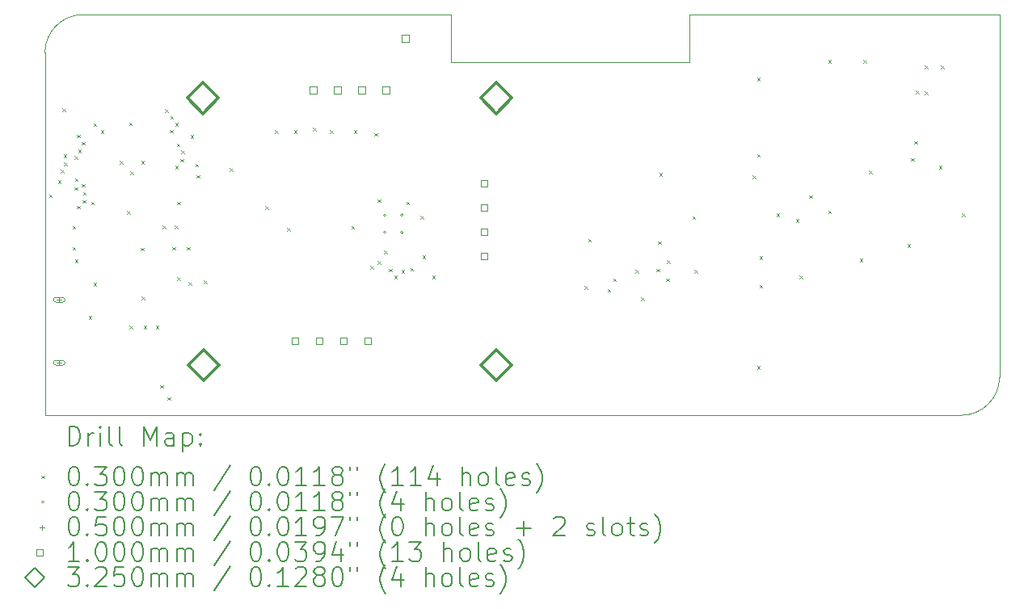
<source format=gbr>
%TF.GenerationSoftware,KiCad,Pcbnew,7.0.10-7.0.10~ubuntu22.04.1*%
%TF.CreationDate,2024-03-26T22:09:04+01:00*%
%TF.ProjectId,hackbat,6861636b-6261-4742-9e6b-696361645f70,rev?*%
%TF.SameCoordinates,Original*%
%TF.FileFunction,Drillmap*%
%TF.FilePolarity,Positive*%
%FSLAX45Y45*%
G04 Gerber Fmt 4.5, Leading zero omitted, Abs format (unit mm)*
G04 Created by KiCad (PCBNEW 7.0.10-7.0.10~ubuntu22.04.1) date 2024-03-26 22:09:04*
%MOMM*%
%LPD*%
G01*
G04 APERTURE LIST*
%ADD10C,0.100000*%
%ADD11C,0.200000*%
%ADD12C,0.325000*%
G04 APERTURE END LIST*
D10*
X18600000Y-10200000D02*
X9000000Y-10200000D01*
X13250000Y-6000000D02*
X13250000Y-6500000D01*
X19000000Y-6000000D02*
X19000000Y-9800000D01*
X15750000Y-6000000D02*
X15750000Y-6500000D01*
X9400000Y-6000000D02*
X13250000Y-6000000D01*
X9000000Y-10200000D02*
X9000000Y-6400000D01*
X18600000Y-10200000D02*
G75*
G03*
X19000000Y-9800000I0J400000D01*
G01*
X13250000Y-6500000D02*
X15750000Y-6500000D01*
X9400000Y-6000000D02*
G75*
G03*
X9000000Y-6400000I0J-400000D01*
G01*
X15750000Y-6000000D02*
X19000000Y-6000000D01*
D11*
D10*
X9045000Y-7885000D02*
X9075000Y-7915000D01*
X9075000Y-7885000D02*
X9045000Y-7915000D01*
X9138650Y-7737500D02*
X9168650Y-7767500D01*
X9168650Y-7737500D02*
X9138650Y-7767500D01*
X9165000Y-7625000D02*
X9195000Y-7655000D01*
X9195000Y-7625000D02*
X9165000Y-7655000D01*
X9185000Y-6985000D02*
X9215000Y-7015000D01*
X9215000Y-6985000D02*
X9185000Y-7015000D01*
X9195000Y-7465000D02*
X9225000Y-7495000D01*
X9225000Y-7465000D02*
X9195000Y-7495000D01*
X9200155Y-7549845D02*
X9230155Y-7579845D01*
X9230155Y-7549845D02*
X9200155Y-7579845D01*
X9288750Y-8214000D02*
X9318750Y-8244000D01*
X9318750Y-8214000D02*
X9288750Y-8244000D01*
X9288750Y-8435000D02*
X9318750Y-8465000D01*
X9318750Y-8435000D02*
X9288750Y-8465000D01*
X9310000Y-7485000D02*
X9340000Y-7515000D01*
X9340000Y-7485000D02*
X9310000Y-7515000D01*
X9310000Y-7810000D02*
X9340000Y-7840000D01*
X9340000Y-7810000D02*
X9310000Y-7840000D01*
X9315000Y-7715000D02*
X9345000Y-7745000D01*
X9345000Y-7715000D02*
X9315000Y-7745000D01*
X9315000Y-8565000D02*
X9345000Y-8595000D01*
X9345000Y-8565000D02*
X9315000Y-8595000D01*
X9335000Y-7260000D02*
X9365000Y-7290000D01*
X9365000Y-7260000D02*
X9335000Y-7290000D01*
X9335000Y-8005000D02*
X9365000Y-8035000D01*
X9365000Y-8005000D02*
X9335000Y-8035000D01*
X9347042Y-7414092D02*
X9377042Y-7444092D01*
X9377042Y-7414092D02*
X9347042Y-7444092D01*
X9385000Y-7335000D02*
X9415000Y-7365000D01*
X9415000Y-7335000D02*
X9385000Y-7365000D01*
X9385000Y-7775000D02*
X9415000Y-7805000D01*
X9415000Y-7775000D02*
X9385000Y-7805000D01*
X9395000Y-7945000D02*
X9425000Y-7975000D01*
X9425000Y-7945000D02*
X9395000Y-7975000D01*
X9400155Y-7860154D02*
X9430155Y-7890154D01*
X9430155Y-7860154D02*
X9400155Y-7890154D01*
X9460000Y-9160000D02*
X9490000Y-9190000D01*
X9490000Y-9160000D02*
X9460000Y-9190000D01*
X9485000Y-7960000D02*
X9515000Y-7990000D01*
X9515000Y-7960000D02*
X9485000Y-7990000D01*
X9510000Y-7141350D02*
X9540000Y-7171350D01*
X9540000Y-7141350D02*
X9510000Y-7171350D01*
X9510000Y-8810000D02*
X9540000Y-8840000D01*
X9540000Y-8810000D02*
X9510000Y-8840000D01*
X9585000Y-7210000D02*
X9615000Y-7240000D01*
X9615000Y-7210000D02*
X9585000Y-7240000D01*
X9785000Y-7535000D02*
X9815000Y-7565000D01*
X9815000Y-7535000D02*
X9785000Y-7565000D01*
X9860000Y-8060000D02*
X9890000Y-8090000D01*
X9890000Y-8060000D02*
X9860000Y-8090000D01*
X9882655Y-7132654D02*
X9912655Y-7162654D01*
X9912655Y-7132654D02*
X9882655Y-7162654D01*
X9885000Y-9260000D02*
X9915000Y-9290000D01*
X9915000Y-9260000D02*
X9885000Y-9290000D01*
X9895000Y-7645000D02*
X9925000Y-7675000D01*
X9925000Y-7645000D02*
X9895000Y-7675000D01*
X10005000Y-8445000D02*
X10035000Y-8475000D01*
X10035000Y-8445000D02*
X10005000Y-8475000D01*
X10010000Y-7535000D02*
X10040000Y-7565000D01*
X10040000Y-7535000D02*
X10010000Y-7565000D01*
X10015000Y-8955000D02*
X10045000Y-8985000D01*
X10045000Y-8955000D02*
X10015000Y-8985000D01*
X10035000Y-9260000D02*
X10065000Y-9290000D01*
X10065000Y-9260000D02*
X10035000Y-9290000D01*
X10160000Y-9260000D02*
X10190000Y-9290000D01*
X10190000Y-9260000D02*
X10160000Y-9290000D01*
X10210000Y-9885000D02*
X10240000Y-9915000D01*
X10240000Y-9885000D02*
X10210000Y-9915000D01*
X10235000Y-8210000D02*
X10265000Y-8240000D01*
X10265000Y-8210000D02*
X10235000Y-8240000D01*
X10257822Y-6991461D02*
X10287822Y-7021461D01*
X10287822Y-6991461D02*
X10257822Y-7021461D01*
X10285000Y-10010000D02*
X10315000Y-10040000D01*
X10315000Y-10010000D02*
X10285000Y-10040000D01*
X10311350Y-7208650D02*
X10341350Y-7238650D01*
X10341350Y-7208650D02*
X10311350Y-7238650D01*
X10315000Y-7065000D02*
X10345000Y-7095000D01*
X10345000Y-7065000D02*
X10315000Y-7095000D01*
X10335000Y-8435000D02*
X10365000Y-8465000D01*
X10365000Y-8435000D02*
X10335000Y-8465000D01*
X10360000Y-8210000D02*
X10390000Y-8240000D01*
X10390000Y-8210000D02*
X10360000Y-8240000D01*
X10365000Y-7135000D02*
X10395000Y-7165000D01*
X10395000Y-7135000D02*
X10365000Y-7165000D01*
X10365000Y-7585000D02*
X10395000Y-7615000D01*
X10395000Y-7585000D02*
X10365000Y-7615000D01*
X10379846Y-7349845D02*
X10409846Y-7379845D01*
X10409846Y-7349845D02*
X10379846Y-7379845D01*
X10385000Y-7960000D02*
X10415000Y-7990000D01*
X10415000Y-7960000D02*
X10385000Y-7990000D01*
X10385000Y-8755000D02*
X10415000Y-8785000D01*
X10415000Y-8755000D02*
X10385000Y-8785000D01*
X10419621Y-7511974D02*
X10449621Y-7541974D01*
X10449621Y-7511974D02*
X10419621Y-7541974D01*
X10428650Y-7424845D02*
X10458650Y-7454845D01*
X10458650Y-7424845D02*
X10428650Y-7454845D01*
X10485000Y-8435000D02*
X10515000Y-8465000D01*
X10515000Y-8435000D02*
X10485000Y-8465000D01*
X10505000Y-8805000D02*
X10535000Y-8835000D01*
X10535000Y-8805000D02*
X10505000Y-8835000D01*
X10525000Y-7265000D02*
X10555000Y-7295000D01*
X10555000Y-7265000D02*
X10525000Y-7295000D01*
X10575000Y-7565000D02*
X10605000Y-7595000D01*
X10605000Y-7565000D02*
X10575000Y-7595000D01*
X10589029Y-7680550D02*
X10619029Y-7710550D01*
X10619029Y-7680550D02*
X10589029Y-7710550D01*
X10665000Y-8785000D02*
X10695000Y-8815000D01*
X10695000Y-8785000D02*
X10665000Y-8815000D01*
X10935000Y-7610000D02*
X10965000Y-7640000D01*
X10965000Y-7610000D02*
X10935000Y-7640000D01*
X11310000Y-8010000D02*
X11340000Y-8040000D01*
X11340000Y-8010000D02*
X11310000Y-8040000D01*
X11410000Y-7210000D02*
X11440000Y-7240000D01*
X11440000Y-7210000D02*
X11410000Y-7240000D01*
X11535000Y-8235000D02*
X11565000Y-8265000D01*
X11565000Y-8235000D02*
X11535000Y-8265000D01*
X11610000Y-7210000D02*
X11640000Y-7240000D01*
X11640000Y-7210000D02*
X11610000Y-7240000D01*
X11810000Y-7185000D02*
X11840000Y-7215000D01*
X11840000Y-7185000D02*
X11810000Y-7215000D01*
X11985000Y-7210000D02*
X12015000Y-7240000D01*
X12015000Y-7210000D02*
X11985000Y-7240000D01*
X12208318Y-8217000D02*
X12238318Y-8247000D01*
X12238318Y-8217000D02*
X12208318Y-8247000D01*
X12235000Y-7210000D02*
X12265000Y-7240000D01*
X12265000Y-7210000D02*
X12235000Y-7240000D01*
X12410000Y-8635000D02*
X12440000Y-8665000D01*
X12440000Y-8635000D02*
X12410000Y-8665000D01*
X12453650Y-7242500D02*
X12483650Y-7272500D01*
X12483650Y-7242500D02*
X12453650Y-7272500D01*
X12485000Y-7935000D02*
X12515000Y-7965000D01*
X12515000Y-7935000D02*
X12485000Y-7965000D01*
X12485000Y-8585000D02*
X12515000Y-8615000D01*
X12515000Y-8585000D02*
X12485000Y-8615000D01*
X12555000Y-8472300D02*
X12585000Y-8502300D01*
X12585000Y-8472300D02*
X12555000Y-8502300D01*
X12605000Y-8665000D02*
X12635000Y-8695000D01*
X12635000Y-8665000D02*
X12605000Y-8695000D01*
X12660000Y-8735000D02*
X12690000Y-8765000D01*
X12690000Y-8735000D02*
X12660000Y-8765000D01*
X12735000Y-8675000D02*
X12765000Y-8705000D01*
X12765000Y-8675000D02*
X12735000Y-8705000D01*
X12785000Y-7960000D02*
X12815000Y-7990000D01*
X12815000Y-7960000D02*
X12785000Y-7990000D01*
X12828650Y-8655000D02*
X12858650Y-8685000D01*
X12858650Y-8655000D02*
X12828650Y-8685000D01*
X12935000Y-8110000D02*
X12965000Y-8140000D01*
X12965000Y-8110000D02*
X12935000Y-8140000D01*
X12955000Y-8525000D02*
X12985000Y-8555000D01*
X12985000Y-8525000D02*
X12955000Y-8555000D01*
X13055000Y-8735000D02*
X13085000Y-8765000D01*
X13085000Y-8735000D02*
X13055000Y-8765000D01*
X14655000Y-8845000D02*
X14685000Y-8875000D01*
X14685000Y-8845000D02*
X14655000Y-8875000D01*
X14689845Y-8349845D02*
X14719845Y-8379845D01*
X14719845Y-8349845D02*
X14689845Y-8379845D01*
X14895000Y-8875000D02*
X14925000Y-8905000D01*
X14925000Y-8875000D02*
X14895000Y-8905000D01*
X14955000Y-8765000D02*
X14985000Y-8795000D01*
X14985000Y-8765000D02*
X14955000Y-8795000D01*
X15185000Y-8675000D02*
X15215000Y-8705000D01*
X15215000Y-8675000D02*
X15185000Y-8705000D01*
X15245000Y-8965000D02*
X15275000Y-8995000D01*
X15275000Y-8965000D02*
X15245000Y-8995000D01*
X15405000Y-8665000D02*
X15435000Y-8695000D01*
X15435000Y-8665000D02*
X15405000Y-8695000D01*
X15425000Y-8375000D02*
X15455000Y-8405000D01*
X15455000Y-8375000D02*
X15425000Y-8405000D01*
X15435000Y-7660000D02*
X15465000Y-7690000D01*
X15465000Y-7660000D02*
X15435000Y-7690000D01*
X15507500Y-8765000D02*
X15537500Y-8795000D01*
X15537500Y-8765000D02*
X15507500Y-8795000D01*
X15515000Y-8575000D02*
X15545000Y-8605000D01*
X15545000Y-8575000D02*
X15515000Y-8605000D01*
X15785000Y-8113250D02*
X15815000Y-8143250D01*
X15815000Y-8113250D02*
X15785000Y-8143250D01*
X15805000Y-8675000D02*
X15835000Y-8705000D01*
X15835000Y-8675000D02*
X15805000Y-8705000D01*
X16415000Y-7685000D02*
X16445000Y-7715000D01*
X16445000Y-7685000D02*
X16415000Y-7715000D01*
X16460000Y-6660000D02*
X16490000Y-6690000D01*
X16490000Y-6660000D02*
X16460000Y-6690000D01*
X16460000Y-7460000D02*
X16490000Y-7490000D01*
X16490000Y-7460000D02*
X16460000Y-7490000D01*
X16460000Y-9685000D02*
X16490000Y-9715000D01*
X16490000Y-9685000D02*
X16460000Y-9715000D01*
X16485000Y-8535000D02*
X16515000Y-8565000D01*
X16515000Y-8535000D02*
X16485000Y-8565000D01*
X16485000Y-8835000D02*
X16515000Y-8865000D01*
X16515000Y-8835000D02*
X16485000Y-8865000D01*
X16665000Y-8085000D02*
X16695000Y-8115000D01*
X16695000Y-8085000D02*
X16665000Y-8115000D01*
X16865000Y-8145000D02*
X16895000Y-8175000D01*
X16895000Y-8145000D02*
X16865000Y-8175000D01*
X16905000Y-8735000D02*
X16935000Y-8765000D01*
X16935000Y-8735000D02*
X16905000Y-8765000D01*
X17005000Y-7895000D02*
X17035000Y-7925000D01*
X17035000Y-7895000D02*
X17005000Y-7925000D01*
X17205000Y-6475000D02*
X17235000Y-6505000D01*
X17235000Y-6475000D02*
X17205000Y-6505000D01*
X17205000Y-8055000D02*
X17235000Y-8085000D01*
X17235000Y-8055000D02*
X17205000Y-8085000D01*
X17535000Y-8560000D02*
X17565000Y-8590000D01*
X17565000Y-8560000D02*
X17535000Y-8590000D01*
X17575000Y-6475000D02*
X17605000Y-6505000D01*
X17605000Y-6475000D02*
X17575000Y-6505000D01*
X17635000Y-7635000D02*
X17665000Y-7665000D01*
X17665000Y-7635000D02*
X17635000Y-7665000D01*
X18035000Y-8405000D02*
X18065000Y-8435000D01*
X18065000Y-8405000D02*
X18035000Y-8435000D01*
X18075000Y-7505000D02*
X18105000Y-7535000D01*
X18105000Y-7505000D02*
X18075000Y-7535000D01*
X18105000Y-7325000D02*
X18135000Y-7355000D01*
X18135000Y-7325000D02*
X18105000Y-7355000D01*
X18125000Y-6795000D02*
X18155000Y-6825000D01*
X18155000Y-6795000D02*
X18125000Y-6825000D01*
X18215000Y-6532500D02*
X18245000Y-6562500D01*
X18245000Y-6532500D02*
X18215000Y-6562500D01*
X18215000Y-6805000D02*
X18245000Y-6835000D01*
X18245000Y-6805000D02*
X18215000Y-6835000D01*
X18365000Y-7585000D02*
X18395000Y-7615000D01*
X18395000Y-7585000D02*
X18365000Y-7615000D01*
X18385000Y-6532500D02*
X18415000Y-6562500D01*
X18415000Y-6532500D02*
X18385000Y-6562500D01*
X18605000Y-8085000D02*
X18635000Y-8115000D01*
X18635000Y-8085000D02*
X18605000Y-8115000D01*
X12575000Y-8102500D02*
G75*
G03*
X12545000Y-8102500I-15000J0D01*
G01*
X12545000Y-8102500D02*
G75*
G03*
X12575000Y-8102500I15000J0D01*
G01*
X12575000Y-8282500D02*
G75*
G03*
X12545000Y-8282500I-15000J0D01*
G01*
X12545000Y-8282500D02*
G75*
G03*
X12575000Y-8282500I15000J0D01*
G01*
X12755000Y-8102500D02*
G75*
G03*
X12725000Y-8102500I-15000J0D01*
G01*
X12725000Y-8102500D02*
G75*
G03*
X12755000Y-8102500I15000J0D01*
G01*
X12755000Y-8282500D02*
G75*
G03*
X12725000Y-8282500I-15000J0D01*
G01*
X12725000Y-8282500D02*
G75*
G03*
X12755000Y-8282500I15000J0D01*
G01*
X9150000Y-8965000D02*
X9150000Y-9015000D01*
X9125000Y-8990000D02*
X9175000Y-8990000D01*
X9115000Y-9015000D02*
X9185000Y-9015000D01*
X9185000Y-9015000D02*
G75*
G03*
X9185000Y-8965000I0J25000D01*
G01*
X9185000Y-8965000D02*
X9115000Y-8965000D01*
X9115000Y-8965000D02*
G75*
G03*
X9115000Y-9015000I0J-25000D01*
G01*
X9150000Y-9625000D02*
X9150000Y-9675000D01*
X9125000Y-9650000D02*
X9175000Y-9650000D01*
X9115000Y-9675000D02*
X9185000Y-9675000D01*
X9185000Y-9675000D02*
G75*
G03*
X9185000Y-9625000I0J25000D01*
G01*
X9185000Y-9625000D02*
X9115000Y-9625000D01*
X9115000Y-9625000D02*
G75*
G03*
X9115000Y-9675000I0J-25000D01*
G01*
X11655356Y-9455356D02*
X11655356Y-9384644D01*
X11584644Y-9384644D01*
X11584644Y-9455356D01*
X11655356Y-9455356D01*
X11845356Y-6825356D02*
X11845356Y-6754644D01*
X11774644Y-6754644D01*
X11774644Y-6825356D01*
X11845356Y-6825356D01*
X11909356Y-9455356D02*
X11909356Y-9384644D01*
X11838644Y-9384644D01*
X11838644Y-9455356D01*
X11909356Y-9455356D01*
X12099356Y-6825356D02*
X12099356Y-6754644D01*
X12028644Y-6754644D01*
X12028644Y-6825356D01*
X12099356Y-6825356D01*
X12163356Y-9455356D02*
X12163356Y-9384644D01*
X12092644Y-9384644D01*
X12092644Y-9455356D01*
X12163356Y-9455356D01*
X12353356Y-6825356D02*
X12353356Y-6754644D01*
X12282644Y-6754644D01*
X12282644Y-6825356D01*
X12353356Y-6825356D01*
X12417356Y-9455356D02*
X12417356Y-9384644D01*
X12346644Y-9384644D01*
X12346644Y-9455356D01*
X12417356Y-9455356D01*
X12607356Y-6825356D02*
X12607356Y-6754644D01*
X12536644Y-6754644D01*
X12536644Y-6825356D01*
X12607356Y-6825356D01*
X12810356Y-6285356D02*
X12810356Y-6214644D01*
X12739644Y-6214644D01*
X12739644Y-6285356D01*
X12810356Y-6285356D01*
X13635356Y-7803356D02*
X13635356Y-7732644D01*
X13564644Y-7732644D01*
X13564644Y-7803356D01*
X13635356Y-7803356D01*
X13635356Y-8057356D02*
X13635356Y-7986644D01*
X13564644Y-7986644D01*
X13564644Y-8057356D01*
X13635356Y-8057356D01*
X13635356Y-8311356D02*
X13635356Y-8240644D01*
X13564644Y-8240644D01*
X13564644Y-8311356D01*
X13635356Y-8311356D01*
X13635356Y-8565356D02*
X13635356Y-8494644D01*
X13564644Y-8494644D01*
X13564644Y-8565356D01*
X13635356Y-8565356D01*
D12*
X10655000Y-7037500D02*
X10817500Y-6875000D01*
X10655000Y-6712500D01*
X10492500Y-6875000D01*
X10655000Y-7037500D01*
X10665000Y-9837500D02*
X10827500Y-9675000D01*
X10665000Y-9512500D01*
X10502500Y-9675000D01*
X10665000Y-9837500D01*
X13730000Y-7037500D02*
X13892500Y-6875000D01*
X13730000Y-6712500D01*
X13567500Y-6875000D01*
X13730000Y-7037500D01*
X13730000Y-9837500D02*
X13892500Y-9675000D01*
X13730000Y-9512500D01*
X13567500Y-9675000D01*
X13730000Y-9837500D01*
D11*
X9255777Y-10516484D02*
X9255777Y-10316484D01*
X9255777Y-10316484D02*
X9303396Y-10316484D01*
X9303396Y-10316484D02*
X9331967Y-10326008D01*
X9331967Y-10326008D02*
X9351015Y-10345055D01*
X9351015Y-10345055D02*
X9360539Y-10364103D01*
X9360539Y-10364103D02*
X9370063Y-10402198D01*
X9370063Y-10402198D02*
X9370063Y-10430770D01*
X9370063Y-10430770D02*
X9360539Y-10468865D01*
X9360539Y-10468865D02*
X9351015Y-10487912D01*
X9351015Y-10487912D02*
X9331967Y-10506960D01*
X9331967Y-10506960D02*
X9303396Y-10516484D01*
X9303396Y-10516484D02*
X9255777Y-10516484D01*
X9455777Y-10516484D02*
X9455777Y-10383150D01*
X9455777Y-10421246D02*
X9465301Y-10402198D01*
X9465301Y-10402198D02*
X9474824Y-10392674D01*
X9474824Y-10392674D02*
X9493872Y-10383150D01*
X9493872Y-10383150D02*
X9512920Y-10383150D01*
X9579586Y-10516484D02*
X9579586Y-10383150D01*
X9579586Y-10316484D02*
X9570063Y-10326008D01*
X9570063Y-10326008D02*
X9579586Y-10335531D01*
X9579586Y-10335531D02*
X9589110Y-10326008D01*
X9589110Y-10326008D02*
X9579586Y-10316484D01*
X9579586Y-10316484D02*
X9579586Y-10335531D01*
X9703396Y-10516484D02*
X9684348Y-10506960D01*
X9684348Y-10506960D02*
X9674824Y-10487912D01*
X9674824Y-10487912D02*
X9674824Y-10316484D01*
X9808158Y-10516484D02*
X9789110Y-10506960D01*
X9789110Y-10506960D02*
X9779586Y-10487912D01*
X9779586Y-10487912D02*
X9779586Y-10316484D01*
X10036729Y-10516484D02*
X10036729Y-10316484D01*
X10036729Y-10316484D02*
X10103396Y-10459341D01*
X10103396Y-10459341D02*
X10170063Y-10316484D01*
X10170063Y-10316484D02*
X10170063Y-10516484D01*
X10351015Y-10516484D02*
X10351015Y-10411722D01*
X10351015Y-10411722D02*
X10341491Y-10392674D01*
X10341491Y-10392674D02*
X10322444Y-10383150D01*
X10322444Y-10383150D02*
X10284348Y-10383150D01*
X10284348Y-10383150D02*
X10265301Y-10392674D01*
X10351015Y-10506960D02*
X10331967Y-10516484D01*
X10331967Y-10516484D02*
X10284348Y-10516484D01*
X10284348Y-10516484D02*
X10265301Y-10506960D01*
X10265301Y-10506960D02*
X10255777Y-10487912D01*
X10255777Y-10487912D02*
X10255777Y-10468865D01*
X10255777Y-10468865D02*
X10265301Y-10449817D01*
X10265301Y-10449817D02*
X10284348Y-10440293D01*
X10284348Y-10440293D02*
X10331967Y-10440293D01*
X10331967Y-10440293D02*
X10351015Y-10430770D01*
X10446253Y-10383150D02*
X10446253Y-10583150D01*
X10446253Y-10392674D02*
X10465301Y-10383150D01*
X10465301Y-10383150D02*
X10503396Y-10383150D01*
X10503396Y-10383150D02*
X10522444Y-10392674D01*
X10522444Y-10392674D02*
X10531967Y-10402198D01*
X10531967Y-10402198D02*
X10541491Y-10421246D01*
X10541491Y-10421246D02*
X10541491Y-10478389D01*
X10541491Y-10478389D02*
X10531967Y-10497436D01*
X10531967Y-10497436D02*
X10522444Y-10506960D01*
X10522444Y-10506960D02*
X10503396Y-10516484D01*
X10503396Y-10516484D02*
X10465301Y-10516484D01*
X10465301Y-10516484D02*
X10446253Y-10506960D01*
X10627205Y-10497436D02*
X10636729Y-10506960D01*
X10636729Y-10506960D02*
X10627205Y-10516484D01*
X10627205Y-10516484D02*
X10617682Y-10506960D01*
X10617682Y-10506960D02*
X10627205Y-10497436D01*
X10627205Y-10497436D02*
X10627205Y-10516484D01*
X10627205Y-10392674D02*
X10636729Y-10402198D01*
X10636729Y-10402198D02*
X10627205Y-10411722D01*
X10627205Y-10411722D02*
X10617682Y-10402198D01*
X10617682Y-10402198D02*
X10627205Y-10392674D01*
X10627205Y-10392674D02*
X10627205Y-10411722D01*
D10*
X8965000Y-10830000D02*
X8995000Y-10860000D01*
X8995000Y-10830000D02*
X8965000Y-10860000D01*
D11*
X9293872Y-10736484D02*
X9312920Y-10736484D01*
X9312920Y-10736484D02*
X9331967Y-10746008D01*
X9331967Y-10746008D02*
X9341491Y-10755531D01*
X9341491Y-10755531D02*
X9351015Y-10774579D01*
X9351015Y-10774579D02*
X9360539Y-10812674D01*
X9360539Y-10812674D02*
X9360539Y-10860293D01*
X9360539Y-10860293D02*
X9351015Y-10898389D01*
X9351015Y-10898389D02*
X9341491Y-10917436D01*
X9341491Y-10917436D02*
X9331967Y-10926960D01*
X9331967Y-10926960D02*
X9312920Y-10936484D01*
X9312920Y-10936484D02*
X9293872Y-10936484D01*
X9293872Y-10936484D02*
X9274824Y-10926960D01*
X9274824Y-10926960D02*
X9265301Y-10917436D01*
X9265301Y-10917436D02*
X9255777Y-10898389D01*
X9255777Y-10898389D02*
X9246253Y-10860293D01*
X9246253Y-10860293D02*
X9246253Y-10812674D01*
X9246253Y-10812674D02*
X9255777Y-10774579D01*
X9255777Y-10774579D02*
X9265301Y-10755531D01*
X9265301Y-10755531D02*
X9274824Y-10746008D01*
X9274824Y-10746008D02*
X9293872Y-10736484D01*
X9446253Y-10917436D02*
X9455777Y-10926960D01*
X9455777Y-10926960D02*
X9446253Y-10936484D01*
X9446253Y-10936484D02*
X9436729Y-10926960D01*
X9436729Y-10926960D02*
X9446253Y-10917436D01*
X9446253Y-10917436D02*
X9446253Y-10936484D01*
X9522444Y-10736484D02*
X9646253Y-10736484D01*
X9646253Y-10736484D02*
X9579586Y-10812674D01*
X9579586Y-10812674D02*
X9608158Y-10812674D01*
X9608158Y-10812674D02*
X9627205Y-10822198D01*
X9627205Y-10822198D02*
X9636729Y-10831722D01*
X9636729Y-10831722D02*
X9646253Y-10850770D01*
X9646253Y-10850770D02*
X9646253Y-10898389D01*
X9646253Y-10898389D02*
X9636729Y-10917436D01*
X9636729Y-10917436D02*
X9627205Y-10926960D01*
X9627205Y-10926960D02*
X9608158Y-10936484D01*
X9608158Y-10936484D02*
X9551015Y-10936484D01*
X9551015Y-10936484D02*
X9531967Y-10926960D01*
X9531967Y-10926960D02*
X9522444Y-10917436D01*
X9770063Y-10736484D02*
X9789110Y-10736484D01*
X9789110Y-10736484D02*
X9808158Y-10746008D01*
X9808158Y-10746008D02*
X9817682Y-10755531D01*
X9817682Y-10755531D02*
X9827205Y-10774579D01*
X9827205Y-10774579D02*
X9836729Y-10812674D01*
X9836729Y-10812674D02*
X9836729Y-10860293D01*
X9836729Y-10860293D02*
X9827205Y-10898389D01*
X9827205Y-10898389D02*
X9817682Y-10917436D01*
X9817682Y-10917436D02*
X9808158Y-10926960D01*
X9808158Y-10926960D02*
X9789110Y-10936484D01*
X9789110Y-10936484D02*
X9770063Y-10936484D01*
X9770063Y-10936484D02*
X9751015Y-10926960D01*
X9751015Y-10926960D02*
X9741491Y-10917436D01*
X9741491Y-10917436D02*
X9731967Y-10898389D01*
X9731967Y-10898389D02*
X9722444Y-10860293D01*
X9722444Y-10860293D02*
X9722444Y-10812674D01*
X9722444Y-10812674D02*
X9731967Y-10774579D01*
X9731967Y-10774579D02*
X9741491Y-10755531D01*
X9741491Y-10755531D02*
X9751015Y-10746008D01*
X9751015Y-10746008D02*
X9770063Y-10736484D01*
X9960539Y-10736484D02*
X9979586Y-10736484D01*
X9979586Y-10736484D02*
X9998634Y-10746008D01*
X9998634Y-10746008D02*
X10008158Y-10755531D01*
X10008158Y-10755531D02*
X10017682Y-10774579D01*
X10017682Y-10774579D02*
X10027205Y-10812674D01*
X10027205Y-10812674D02*
X10027205Y-10860293D01*
X10027205Y-10860293D02*
X10017682Y-10898389D01*
X10017682Y-10898389D02*
X10008158Y-10917436D01*
X10008158Y-10917436D02*
X9998634Y-10926960D01*
X9998634Y-10926960D02*
X9979586Y-10936484D01*
X9979586Y-10936484D02*
X9960539Y-10936484D01*
X9960539Y-10936484D02*
X9941491Y-10926960D01*
X9941491Y-10926960D02*
X9931967Y-10917436D01*
X9931967Y-10917436D02*
X9922444Y-10898389D01*
X9922444Y-10898389D02*
X9912920Y-10860293D01*
X9912920Y-10860293D02*
X9912920Y-10812674D01*
X9912920Y-10812674D02*
X9922444Y-10774579D01*
X9922444Y-10774579D02*
X9931967Y-10755531D01*
X9931967Y-10755531D02*
X9941491Y-10746008D01*
X9941491Y-10746008D02*
X9960539Y-10736484D01*
X10112920Y-10936484D02*
X10112920Y-10803150D01*
X10112920Y-10822198D02*
X10122444Y-10812674D01*
X10122444Y-10812674D02*
X10141491Y-10803150D01*
X10141491Y-10803150D02*
X10170063Y-10803150D01*
X10170063Y-10803150D02*
X10189110Y-10812674D01*
X10189110Y-10812674D02*
X10198634Y-10831722D01*
X10198634Y-10831722D02*
X10198634Y-10936484D01*
X10198634Y-10831722D02*
X10208158Y-10812674D01*
X10208158Y-10812674D02*
X10227205Y-10803150D01*
X10227205Y-10803150D02*
X10255777Y-10803150D01*
X10255777Y-10803150D02*
X10274825Y-10812674D01*
X10274825Y-10812674D02*
X10284348Y-10831722D01*
X10284348Y-10831722D02*
X10284348Y-10936484D01*
X10379586Y-10936484D02*
X10379586Y-10803150D01*
X10379586Y-10822198D02*
X10389110Y-10812674D01*
X10389110Y-10812674D02*
X10408158Y-10803150D01*
X10408158Y-10803150D02*
X10436729Y-10803150D01*
X10436729Y-10803150D02*
X10455777Y-10812674D01*
X10455777Y-10812674D02*
X10465301Y-10831722D01*
X10465301Y-10831722D02*
X10465301Y-10936484D01*
X10465301Y-10831722D02*
X10474825Y-10812674D01*
X10474825Y-10812674D02*
X10493872Y-10803150D01*
X10493872Y-10803150D02*
X10522444Y-10803150D01*
X10522444Y-10803150D02*
X10541491Y-10812674D01*
X10541491Y-10812674D02*
X10551015Y-10831722D01*
X10551015Y-10831722D02*
X10551015Y-10936484D01*
X10941491Y-10726960D02*
X10770063Y-10984103D01*
X11198634Y-10736484D02*
X11217682Y-10736484D01*
X11217682Y-10736484D02*
X11236729Y-10746008D01*
X11236729Y-10746008D02*
X11246253Y-10755531D01*
X11246253Y-10755531D02*
X11255777Y-10774579D01*
X11255777Y-10774579D02*
X11265301Y-10812674D01*
X11265301Y-10812674D02*
X11265301Y-10860293D01*
X11265301Y-10860293D02*
X11255777Y-10898389D01*
X11255777Y-10898389D02*
X11246253Y-10917436D01*
X11246253Y-10917436D02*
X11236729Y-10926960D01*
X11236729Y-10926960D02*
X11217682Y-10936484D01*
X11217682Y-10936484D02*
X11198634Y-10936484D01*
X11198634Y-10936484D02*
X11179587Y-10926960D01*
X11179587Y-10926960D02*
X11170063Y-10917436D01*
X11170063Y-10917436D02*
X11160539Y-10898389D01*
X11160539Y-10898389D02*
X11151015Y-10860293D01*
X11151015Y-10860293D02*
X11151015Y-10812674D01*
X11151015Y-10812674D02*
X11160539Y-10774579D01*
X11160539Y-10774579D02*
X11170063Y-10755531D01*
X11170063Y-10755531D02*
X11179587Y-10746008D01*
X11179587Y-10746008D02*
X11198634Y-10736484D01*
X11351015Y-10917436D02*
X11360539Y-10926960D01*
X11360539Y-10926960D02*
X11351015Y-10936484D01*
X11351015Y-10936484D02*
X11341491Y-10926960D01*
X11341491Y-10926960D02*
X11351015Y-10917436D01*
X11351015Y-10917436D02*
X11351015Y-10936484D01*
X11484348Y-10736484D02*
X11503396Y-10736484D01*
X11503396Y-10736484D02*
X11522444Y-10746008D01*
X11522444Y-10746008D02*
X11531967Y-10755531D01*
X11531967Y-10755531D02*
X11541491Y-10774579D01*
X11541491Y-10774579D02*
X11551015Y-10812674D01*
X11551015Y-10812674D02*
X11551015Y-10860293D01*
X11551015Y-10860293D02*
X11541491Y-10898389D01*
X11541491Y-10898389D02*
X11531967Y-10917436D01*
X11531967Y-10917436D02*
X11522444Y-10926960D01*
X11522444Y-10926960D02*
X11503396Y-10936484D01*
X11503396Y-10936484D02*
X11484348Y-10936484D01*
X11484348Y-10936484D02*
X11465301Y-10926960D01*
X11465301Y-10926960D02*
X11455777Y-10917436D01*
X11455777Y-10917436D02*
X11446253Y-10898389D01*
X11446253Y-10898389D02*
X11436729Y-10860293D01*
X11436729Y-10860293D02*
X11436729Y-10812674D01*
X11436729Y-10812674D02*
X11446253Y-10774579D01*
X11446253Y-10774579D02*
X11455777Y-10755531D01*
X11455777Y-10755531D02*
X11465301Y-10746008D01*
X11465301Y-10746008D02*
X11484348Y-10736484D01*
X11741491Y-10936484D02*
X11627206Y-10936484D01*
X11684348Y-10936484D02*
X11684348Y-10736484D01*
X11684348Y-10736484D02*
X11665301Y-10765055D01*
X11665301Y-10765055D02*
X11646253Y-10784103D01*
X11646253Y-10784103D02*
X11627206Y-10793627D01*
X11931967Y-10936484D02*
X11817682Y-10936484D01*
X11874825Y-10936484D02*
X11874825Y-10736484D01*
X11874825Y-10736484D02*
X11855777Y-10765055D01*
X11855777Y-10765055D02*
X11836729Y-10784103D01*
X11836729Y-10784103D02*
X11817682Y-10793627D01*
X12046253Y-10822198D02*
X12027206Y-10812674D01*
X12027206Y-10812674D02*
X12017682Y-10803150D01*
X12017682Y-10803150D02*
X12008158Y-10784103D01*
X12008158Y-10784103D02*
X12008158Y-10774579D01*
X12008158Y-10774579D02*
X12017682Y-10755531D01*
X12017682Y-10755531D02*
X12027206Y-10746008D01*
X12027206Y-10746008D02*
X12046253Y-10736484D01*
X12046253Y-10736484D02*
X12084348Y-10736484D01*
X12084348Y-10736484D02*
X12103396Y-10746008D01*
X12103396Y-10746008D02*
X12112920Y-10755531D01*
X12112920Y-10755531D02*
X12122444Y-10774579D01*
X12122444Y-10774579D02*
X12122444Y-10784103D01*
X12122444Y-10784103D02*
X12112920Y-10803150D01*
X12112920Y-10803150D02*
X12103396Y-10812674D01*
X12103396Y-10812674D02*
X12084348Y-10822198D01*
X12084348Y-10822198D02*
X12046253Y-10822198D01*
X12046253Y-10822198D02*
X12027206Y-10831722D01*
X12027206Y-10831722D02*
X12017682Y-10841246D01*
X12017682Y-10841246D02*
X12008158Y-10860293D01*
X12008158Y-10860293D02*
X12008158Y-10898389D01*
X12008158Y-10898389D02*
X12017682Y-10917436D01*
X12017682Y-10917436D02*
X12027206Y-10926960D01*
X12027206Y-10926960D02*
X12046253Y-10936484D01*
X12046253Y-10936484D02*
X12084348Y-10936484D01*
X12084348Y-10936484D02*
X12103396Y-10926960D01*
X12103396Y-10926960D02*
X12112920Y-10917436D01*
X12112920Y-10917436D02*
X12122444Y-10898389D01*
X12122444Y-10898389D02*
X12122444Y-10860293D01*
X12122444Y-10860293D02*
X12112920Y-10841246D01*
X12112920Y-10841246D02*
X12103396Y-10831722D01*
X12103396Y-10831722D02*
X12084348Y-10822198D01*
X12198634Y-10736484D02*
X12198634Y-10774579D01*
X12274825Y-10736484D02*
X12274825Y-10774579D01*
X12570063Y-11012674D02*
X12560539Y-11003150D01*
X12560539Y-11003150D02*
X12541491Y-10974579D01*
X12541491Y-10974579D02*
X12531968Y-10955531D01*
X12531968Y-10955531D02*
X12522444Y-10926960D01*
X12522444Y-10926960D02*
X12512920Y-10879341D01*
X12512920Y-10879341D02*
X12512920Y-10841246D01*
X12512920Y-10841246D02*
X12522444Y-10793627D01*
X12522444Y-10793627D02*
X12531968Y-10765055D01*
X12531968Y-10765055D02*
X12541491Y-10746008D01*
X12541491Y-10746008D02*
X12560539Y-10717436D01*
X12560539Y-10717436D02*
X12570063Y-10707912D01*
X12751015Y-10936484D02*
X12636729Y-10936484D01*
X12693872Y-10936484D02*
X12693872Y-10736484D01*
X12693872Y-10736484D02*
X12674825Y-10765055D01*
X12674825Y-10765055D02*
X12655777Y-10784103D01*
X12655777Y-10784103D02*
X12636729Y-10793627D01*
X12941491Y-10936484D02*
X12827206Y-10936484D01*
X12884348Y-10936484D02*
X12884348Y-10736484D01*
X12884348Y-10736484D02*
X12865301Y-10765055D01*
X12865301Y-10765055D02*
X12846253Y-10784103D01*
X12846253Y-10784103D02*
X12827206Y-10793627D01*
X13112920Y-10803150D02*
X13112920Y-10936484D01*
X13065301Y-10726960D02*
X13017682Y-10869817D01*
X13017682Y-10869817D02*
X13141491Y-10869817D01*
X13370063Y-10936484D02*
X13370063Y-10736484D01*
X13455777Y-10936484D02*
X13455777Y-10831722D01*
X13455777Y-10831722D02*
X13446253Y-10812674D01*
X13446253Y-10812674D02*
X13427206Y-10803150D01*
X13427206Y-10803150D02*
X13398634Y-10803150D01*
X13398634Y-10803150D02*
X13379587Y-10812674D01*
X13379587Y-10812674D02*
X13370063Y-10822198D01*
X13579587Y-10936484D02*
X13560539Y-10926960D01*
X13560539Y-10926960D02*
X13551015Y-10917436D01*
X13551015Y-10917436D02*
X13541491Y-10898389D01*
X13541491Y-10898389D02*
X13541491Y-10841246D01*
X13541491Y-10841246D02*
X13551015Y-10822198D01*
X13551015Y-10822198D02*
X13560539Y-10812674D01*
X13560539Y-10812674D02*
X13579587Y-10803150D01*
X13579587Y-10803150D02*
X13608158Y-10803150D01*
X13608158Y-10803150D02*
X13627206Y-10812674D01*
X13627206Y-10812674D02*
X13636730Y-10822198D01*
X13636730Y-10822198D02*
X13646253Y-10841246D01*
X13646253Y-10841246D02*
X13646253Y-10898389D01*
X13646253Y-10898389D02*
X13636730Y-10917436D01*
X13636730Y-10917436D02*
X13627206Y-10926960D01*
X13627206Y-10926960D02*
X13608158Y-10936484D01*
X13608158Y-10936484D02*
X13579587Y-10936484D01*
X13760539Y-10936484D02*
X13741491Y-10926960D01*
X13741491Y-10926960D02*
X13731968Y-10907912D01*
X13731968Y-10907912D02*
X13731968Y-10736484D01*
X13912920Y-10926960D02*
X13893872Y-10936484D01*
X13893872Y-10936484D02*
X13855777Y-10936484D01*
X13855777Y-10936484D02*
X13836730Y-10926960D01*
X13836730Y-10926960D02*
X13827206Y-10907912D01*
X13827206Y-10907912D02*
X13827206Y-10831722D01*
X13827206Y-10831722D02*
X13836730Y-10812674D01*
X13836730Y-10812674D02*
X13855777Y-10803150D01*
X13855777Y-10803150D02*
X13893872Y-10803150D01*
X13893872Y-10803150D02*
X13912920Y-10812674D01*
X13912920Y-10812674D02*
X13922444Y-10831722D01*
X13922444Y-10831722D02*
X13922444Y-10850770D01*
X13922444Y-10850770D02*
X13827206Y-10869817D01*
X13998634Y-10926960D02*
X14017682Y-10936484D01*
X14017682Y-10936484D02*
X14055777Y-10936484D01*
X14055777Y-10936484D02*
X14074825Y-10926960D01*
X14074825Y-10926960D02*
X14084349Y-10907912D01*
X14084349Y-10907912D02*
X14084349Y-10898389D01*
X14084349Y-10898389D02*
X14074825Y-10879341D01*
X14074825Y-10879341D02*
X14055777Y-10869817D01*
X14055777Y-10869817D02*
X14027206Y-10869817D01*
X14027206Y-10869817D02*
X14008158Y-10860293D01*
X14008158Y-10860293D02*
X13998634Y-10841246D01*
X13998634Y-10841246D02*
X13998634Y-10831722D01*
X13998634Y-10831722D02*
X14008158Y-10812674D01*
X14008158Y-10812674D02*
X14027206Y-10803150D01*
X14027206Y-10803150D02*
X14055777Y-10803150D01*
X14055777Y-10803150D02*
X14074825Y-10812674D01*
X14151015Y-11012674D02*
X14160539Y-11003150D01*
X14160539Y-11003150D02*
X14179587Y-10974579D01*
X14179587Y-10974579D02*
X14189111Y-10955531D01*
X14189111Y-10955531D02*
X14198634Y-10926960D01*
X14198634Y-10926960D02*
X14208158Y-10879341D01*
X14208158Y-10879341D02*
X14208158Y-10841246D01*
X14208158Y-10841246D02*
X14198634Y-10793627D01*
X14198634Y-10793627D02*
X14189111Y-10765055D01*
X14189111Y-10765055D02*
X14179587Y-10746008D01*
X14179587Y-10746008D02*
X14160539Y-10717436D01*
X14160539Y-10717436D02*
X14151015Y-10707912D01*
D10*
X8995000Y-11109000D02*
G75*
G03*
X8965000Y-11109000I-15000J0D01*
G01*
X8965000Y-11109000D02*
G75*
G03*
X8995000Y-11109000I15000J0D01*
G01*
D11*
X9293872Y-11000484D02*
X9312920Y-11000484D01*
X9312920Y-11000484D02*
X9331967Y-11010008D01*
X9331967Y-11010008D02*
X9341491Y-11019531D01*
X9341491Y-11019531D02*
X9351015Y-11038579D01*
X9351015Y-11038579D02*
X9360539Y-11076674D01*
X9360539Y-11076674D02*
X9360539Y-11124293D01*
X9360539Y-11124293D02*
X9351015Y-11162389D01*
X9351015Y-11162389D02*
X9341491Y-11181436D01*
X9341491Y-11181436D02*
X9331967Y-11190960D01*
X9331967Y-11190960D02*
X9312920Y-11200484D01*
X9312920Y-11200484D02*
X9293872Y-11200484D01*
X9293872Y-11200484D02*
X9274824Y-11190960D01*
X9274824Y-11190960D02*
X9265301Y-11181436D01*
X9265301Y-11181436D02*
X9255777Y-11162389D01*
X9255777Y-11162389D02*
X9246253Y-11124293D01*
X9246253Y-11124293D02*
X9246253Y-11076674D01*
X9246253Y-11076674D02*
X9255777Y-11038579D01*
X9255777Y-11038579D02*
X9265301Y-11019531D01*
X9265301Y-11019531D02*
X9274824Y-11010008D01*
X9274824Y-11010008D02*
X9293872Y-11000484D01*
X9446253Y-11181436D02*
X9455777Y-11190960D01*
X9455777Y-11190960D02*
X9446253Y-11200484D01*
X9446253Y-11200484D02*
X9436729Y-11190960D01*
X9436729Y-11190960D02*
X9446253Y-11181436D01*
X9446253Y-11181436D02*
X9446253Y-11200484D01*
X9522444Y-11000484D02*
X9646253Y-11000484D01*
X9646253Y-11000484D02*
X9579586Y-11076674D01*
X9579586Y-11076674D02*
X9608158Y-11076674D01*
X9608158Y-11076674D02*
X9627205Y-11086198D01*
X9627205Y-11086198D02*
X9636729Y-11095722D01*
X9636729Y-11095722D02*
X9646253Y-11114770D01*
X9646253Y-11114770D02*
X9646253Y-11162389D01*
X9646253Y-11162389D02*
X9636729Y-11181436D01*
X9636729Y-11181436D02*
X9627205Y-11190960D01*
X9627205Y-11190960D02*
X9608158Y-11200484D01*
X9608158Y-11200484D02*
X9551015Y-11200484D01*
X9551015Y-11200484D02*
X9531967Y-11190960D01*
X9531967Y-11190960D02*
X9522444Y-11181436D01*
X9770063Y-11000484D02*
X9789110Y-11000484D01*
X9789110Y-11000484D02*
X9808158Y-11010008D01*
X9808158Y-11010008D02*
X9817682Y-11019531D01*
X9817682Y-11019531D02*
X9827205Y-11038579D01*
X9827205Y-11038579D02*
X9836729Y-11076674D01*
X9836729Y-11076674D02*
X9836729Y-11124293D01*
X9836729Y-11124293D02*
X9827205Y-11162389D01*
X9827205Y-11162389D02*
X9817682Y-11181436D01*
X9817682Y-11181436D02*
X9808158Y-11190960D01*
X9808158Y-11190960D02*
X9789110Y-11200484D01*
X9789110Y-11200484D02*
X9770063Y-11200484D01*
X9770063Y-11200484D02*
X9751015Y-11190960D01*
X9751015Y-11190960D02*
X9741491Y-11181436D01*
X9741491Y-11181436D02*
X9731967Y-11162389D01*
X9731967Y-11162389D02*
X9722444Y-11124293D01*
X9722444Y-11124293D02*
X9722444Y-11076674D01*
X9722444Y-11076674D02*
X9731967Y-11038579D01*
X9731967Y-11038579D02*
X9741491Y-11019531D01*
X9741491Y-11019531D02*
X9751015Y-11010008D01*
X9751015Y-11010008D02*
X9770063Y-11000484D01*
X9960539Y-11000484D02*
X9979586Y-11000484D01*
X9979586Y-11000484D02*
X9998634Y-11010008D01*
X9998634Y-11010008D02*
X10008158Y-11019531D01*
X10008158Y-11019531D02*
X10017682Y-11038579D01*
X10017682Y-11038579D02*
X10027205Y-11076674D01*
X10027205Y-11076674D02*
X10027205Y-11124293D01*
X10027205Y-11124293D02*
X10017682Y-11162389D01*
X10017682Y-11162389D02*
X10008158Y-11181436D01*
X10008158Y-11181436D02*
X9998634Y-11190960D01*
X9998634Y-11190960D02*
X9979586Y-11200484D01*
X9979586Y-11200484D02*
X9960539Y-11200484D01*
X9960539Y-11200484D02*
X9941491Y-11190960D01*
X9941491Y-11190960D02*
X9931967Y-11181436D01*
X9931967Y-11181436D02*
X9922444Y-11162389D01*
X9922444Y-11162389D02*
X9912920Y-11124293D01*
X9912920Y-11124293D02*
X9912920Y-11076674D01*
X9912920Y-11076674D02*
X9922444Y-11038579D01*
X9922444Y-11038579D02*
X9931967Y-11019531D01*
X9931967Y-11019531D02*
X9941491Y-11010008D01*
X9941491Y-11010008D02*
X9960539Y-11000484D01*
X10112920Y-11200484D02*
X10112920Y-11067150D01*
X10112920Y-11086198D02*
X10122444Y-11076674D01*
X10122444Y-11076674D02*
X10141491Y-11067150D01*
X10141491Y-11067150D02*
X10170063Y-11067150D01*
X10170063Y-11067150D02*
X10189110Y-11076674D01*
X10189110Y-11076674D02*
X10198634Y-11095722D01*
X10198634Y-11095722D02*
X10198634Y-11200484D01*
X10198634Y-11095722D02*
X10208158Y-11076674D01*
X10208158Y-11076674D02*
X10227205Y-11067150D01*
X10227205Y-11067150D02*
X10255777Y-11067150D01*
X10255777Y-11067150D02*
X10274825Y-11076674D01*
X10274825Y-11076674D02*
X10284348Y-11095722D01*
X10284348Y-11095722D02*
X10284348Y-11200484D01*
X10379586Y-11200484D02*
X10379586Y-11067150D01*
X10379586Y-11086198D02*
X10389110Y-11076674D01*
X10389110Y-11076674D02*
X10408158Y-11067150D01*
X10408158Y-11067150D02*
X10436729Y-11067150D01*
X10436729Y-11067150D02*
X10455777Y-11076674D01*
X10455777Y-11076674D02*
X10465301Y-11095722D01*
X10465301Y-11095722D02*
X10465301Y-11200484D01*
X10465301Y-11095722D02*
X10474825Y-11076674D01*
X10474825Y-11076674D02*
X10493872Y-11067150D01*
X10493872Y-11067150D02*
X10522444Y-11067150D01*
X10522444Y-11067150D02*
X10541491Y-11076674D01*
X10541491Y-11076674D02*
X10551015Y-11095722D01*
X10551015Y-11095722D02*
X10551015Y-11200484D01*
X10941491Y-10990960D02*
X10770063Y-11248103D01*
X11198634Y-11000484D02*
X11217682Y-11000484D01*
X11217682Y-11000484D02*
X11236729Y-11010008D01*
X11236729Y-11010008D02*
X11246253Y-11019531D01*
X11246253Y-11019531D02*
X11255777Y-11038579D01*
X11255777Y-11038579D02*
X11265301Y-11076674D01*
X11265301Y-11076674D02*
X11265301Y-11124293D01*
X11265301Y-11124293D02*
X11255777Y-11162389D01*
X11255777Y-11162389D02*
X11246253Y-11181436D01*
X11246253Y-11181436D02*
X11236729Y-11190960D01*
X11236729Y-11190960D02*
X11217682Y-11200484D01*
X11217682Y-11200484D02*
X11198634Y-11200484D01*
X11198634Y-11200484D02*
X11179587Y-11190960D01*
X11179587Y-11190960D02*
X11170063Y-11181436D01*
X11170063Y-11181436D02*
X11160539Y-11162389D01*
X11160539Y-11162389D02*
X11151015Y-11124293D01*
X11151015Y-11124293D02*
X11151015Y-11076674D01*
X11151015Y-11076674D02*
X11160539Y-11038579D01*
X11160539Y-11038579D02*
X11170063Y-11019531D01*
X11170063Y-11019531D02*
X11179587Y-11010008D01*
X11179587Y-11010008D02*
X11198634Y-11000484D01*
X11351015Y-11181436D02*
X11360539Y-11190960D01*
X11360539Y-11190960D02*
X11351015Y-11200484D01*
X11351015Y-11200484D02*
X11341491Y-11190960D01*
X11341491Y-11190960D02*
X11351015Y-11181436D01*
X11351015Y-11181436D02*
X11351015Y-11200484D01*
X11484348Y-11000484D02*
X11503396Y-11000484D01*
X11503396Y-11000484D02*
X11522444Y-11010008D01*
X11522444Y-11010008D02*
X11531967Y-11019531D01*
X11531967Y-11019531D02*
X11541491Y-11038579D01*
X11541491Y-11038579D02*
X11551015Y-11076674D01*
X11551015Y-11076674D02*
X11551015Y-11124293D01*
X11551015Y-11124293D02*
X11541491Y-11162389D01*
X11541491Y-11162389D02*
X11531967Y-11181436D01*
X11531967Y-11181436D02*
X11522444Y-11190960D01*
X11522444Y-11190960D02*
X11503396Y-11200484D01*
X11503396Y-11200484D02*
X11484348Y-11200484D01*
X11484348Y-11200484D02*
X11465301Y-11190960D01*
X11465301Y-11190960D02*
X11455777Y-11181436D01*
X11455777Y-11181436D02*
X11446253Y-11162389D01*
X11446253Y-11162389D02*
X11436729Y-11124293D01*
X11436729Y-11124293D02*
X11436729Y-11076674D01*
X11436729Y-11076674D02*
X11446253Y-11038579D01*
X11446253Y-11038579D02*
X11455777Y-11019531D01*
X11455777Y-11019531D02*
X11465301Y-11010008D01*
X11465301Y-11010008D02*
X11484348Y-11000484D01*
X11741491Y-11200484D02*
X11627206Y-11200484D01*
X11684348Y-11200484D02*
X11684348Y-11000484D01*
X11684348Y-11000484D02*
X11665301Y-11029055D01*
X11665301Y-11029055D02*
X11646253Y-11048103D01*
X11646253Y-11048103D02*
X11627206Y-11057627D01*
X11931967Y-11200484D02*
X11817682Y-11200484D01*
X11874825Y-11200484D02*
X11874825Y-11000484D01*
X11874825Y-11000484D02*
X11855777Y-11029055D01*
X11855777Y-11029055D02*
X11836729Y-11048103D01*
X11836729Y-11048103D02*
X11817682Y-11057627D01*
X12046253Y-11086198D02*
X12027206Y-11076674D01*
X12027206Y-11076674D02*
X12017682Y-11067150D01*
X12017682Y-11067150D02*
X12008158Y-11048103D01*
X12008158Y-11048103D02*
X12008158Y-11038579D01*
X12008158Y-11038579D02*
X12017682Y-11019531D01*
X12017682Y-11019531D02*
X12027206Y-11010008D01*
X12027206Y-11010008D02*
X12046253Y-11000484D01*
X12046253Y-11000484D02*
X12084348Y-11000484D01*
X12084348Y-11000484D02*
X12103396Y-11010008D01*
X12103396Y-11010008D02*
X12112920Y-11019531D01*
X12112920Y-11019531D02*
X12122444Y-11038579D01*
X12122444Y-11038579D02*
X12122444Y-11048103D01*
X12122444Y-11048103D02*
X12112920Y-11067150D01*
X12112920Y-11067150D02*
X12103396Y-11076674D01*
X12103396Y-11076674D02*
X12084348Y-11086198D01*
X12084348Y-11086198D02*
X12046253Y-11086198D01*
X12046253Y-11086198D02*
X12027206Y-11095722D01*
X12027206Y-11095722D02*
X12017682Y-11105246D01*
X12017682Y-11105246D02*
X12008158Y-11124293D01*
X12008158Y-11124293D02*
X12008158Y-11162389D01*
X12008158Y-11162389D02*
X12017682Y-11181436D01*
X12017682Y-11181436D02*
X12027206Y-11190960D01*
X12027206Y-11190960D02*
X12046253Y-11200484D01*
X12046253Y-11200484D02*
X12084348Y-11200484D01*
X12084348Y-11200484D02*
X12103396Y-11190960D01*
X12103396Y-11190960D02*
X12112920Y-11181436D01*
X12112920Y-11181436D02*
X12122444Y-11162389D01*
X12122444Y-11162389D02*
X12122444Y-11124293D01*
X12122444Y-11124293D02*
X12112920Y-11105246D01*
X12112920Y-11105246D02*
X12103396Y-11095722D01*
X12103396Y-11095722D02*
X12084348Y-11086198D01*
X12198634Y-11000484D02*
X12198634Y-11038579D01*
X12274825Y-11000484D02*
X12274825Y-11038579D01*
X12570063Y-11276674D02*
X12560539Y-11267150D01*
X12560539Y-11267150D02*
X12541491Y-11238579D01*
X12541491Y-11238579D02*
X12531968Y-11219531D01*
X12531968Y-11219531D02*
X12522444Y-11190960D01*
X12522444Y-11190960D02*
X12512920Y-11143341D01*
X12512920Y-11143341D02*
X12512920Y-11105246D01*
X12512920Y-11105246D02*
X12522444Y-11057627D01*
X12522444Y-11057627D02*
X12531968Y-11029055D01*
X12531968Y-11029055D02*
X12541491Y-11010008D01*
X12541491Y-11010008D02*
X12560539Y-10981436D01*
X12560539Y-10981436D02*
X12570063Y-10971912D01*
X12731968Y-11067150D02*
X12731968Y-11200484D01*
X12684348Y-10990960D02*
X12636729Y-11133817D01*
X12636729Y-11133817D02*
X12760539Y-11133817D01*
X12989110Y-11200484D02*
X12989110Y-11000484D01*
X13074825Y-11200484D02*
X13074825Y-11095722D01*
X13074825Y-11095722D02*
X13065301Y-11076674D01*
X13065301Y-11076674D02*
X13046253Y-11067150D01*
X13046253Y-11067150D02*
X13017682Y-11067150D01*
X13017682Y-11067150D02*
X12998634Y-11076674D01*
X12998634Y-11076674D02*
X12989110Y-11086198D01*
X13198634Y-11200484D02*
X13179587Y-11190960D01*
X13179587Y-11190960D02*
X13170063Y-11181436D01*
X13170063Y-11181436D02*
X13160539Y-11162389D01*
X13160539Y-11162389D02*
X13160539Y-11105246D01*
X13160539Y-11105246D02*
X13170063Y-11086198D01*
X13170063Y-11086198D02*
X13179587Y-11076674D01*
X13179587Y-11076674D02*
X13198634Y-11067150D01*
X13198634Y-11067150D02*
X13227206Y-11067150D01*
X13227206Y-11067150D02*
X13246253Y-11076674D01*
X13246253Y-11076674D02*
X13255777Y-11086198D01*
X13255777Y-11086198D02*
X13265301Y-11105246D01*
X13265301Y-11105246D02*
X13265301Y-11162389D01*
X13265301Y-11162389D02*
X13255777Y-11181436D01*
X13255777Y-11181436D02*
X13246253Y-11190960D01*
X13246253Y-11190960D02*
X13227206Y-11200484D01*
X13227206Y-11200484D02*
X13198634Y-11200484D01*
X13379587Y-11200484D02*
X13360539Y-11190960D01*
X13360539Y-11190960D02*
X13351015Y-11171912D01*
X13351015Y-11171912D02*
X13351015Y-11000484D01*
X13531968Y-11190960D02*
X13512920Y-11200484D01*
X13512920Y-11200484D02*
X13474825Y-11200484D01*
X13474825Y-11200484D02*
X13455777Y-11190960D01*
X13455777Y-11190960D02*
X13446253Y-11171912D01*
X13446253Y-11171912D02*
X13446253Y-11095722D01*
X13446253Y-11095722D02*
X13455777Y-11076674D01*
X13455777Y-11076674D02*
X13474825Y-11067150D01*
X13474825Y-11067150D02*
X13512920Y-11067150D01*
X13512920Y-11067150D02*
X13531968Y-11076674D01*
X13531968Y-11076674D02*
X13541491Y-11095722D01*
X13541491Y-11095722D02*
X13541491Y-11114770D01*
X13541491Y-11114770D02*
X13446253Y-11133817D01*
X13617682Y-11190960D02*
X13636730Y-11200484D01*
X13636730Y-11200484D02*
X13674825Y-11200484D01*
X13674825Y-11200484D02*
X13693872Y-11190960D01*
X13693872Y-11190960D02*
X13703396Y-11171912D01*
X13703396Y-11171912D02*
X13703396Y-11162389D01*
X13703396Y-11162389D02*
X13693872Y-11143341D01*
X13693872Y-11143341D02*
X13674825Y-11133817D01*
X13674825Y-11133817D02*
X13646253Y-11133817D01*
X13646253Y-11133817D02*
X13627206Y-11124293D01*
X13627206Y-11124293D02*
X13617682Y-11105246D01*
X13617682Y-11105246D02*
X13617682Y-11095722D01*
X13617682Y-11095722D02*
X13627206Y-11076674D01*
X13627206Y-11076674D02*
X13646253Y-11067150D01*
X13646253Y-11067150D02*
X13674825Y-11067150D01*
X13674825Y-11067150D02*
X13693872Y-11076674D01*
X13770063Y-11276674D02*
X13779587Y-11267150D01*
X13779587Y-11267150D02*
X13798634Y-11238579D01*
X13798634Y-11238579D02*
X13808158Y-11219531D01*
X13808158Y-11219531D02*
X13817682Y-11190960D01*
X13817682Y-11190960D02*
X13827206Y-11143341D01*
X13827206Y-11143341D02*
X13827206Y-11105246D01*
X13827206Y-11105246D02*
X13817682Y-11057627D01*
X13817682Y-11057627D02*
X13808158Y-11029055D01*
X13808158Y-11029055D02*
X13798634Y-11010008D01*
X13798634Y-11010008D02*
X13779587Y-10981436D01*
X13779587Y-10981436D02*
X13770063Y-10971912D01*
D10*
X8970000Y-11348000D02*
X8970000Y-11398000D01*
X8945000Y-11373000D02*
X8995000Y-11373000D01*
D11*
X9293872Y-11264484D02*
X9312920Y-11264484D01*
X9312920Y-11264484D02*
X9331967Y-11274008D01*
X9331967Y-11274008D02*
X9341491Y-11283531D01*
X9341491Y-11283531D02*
X9351015Y-11302579D01*
X9351015Y-11302579D02*
X9360539Y-11340674D01*
X9360539Y-11340674D02*
X9360539Y-11388293D01*
X9360539Y-11388293D02*
X9351015Y-11426388D01*
X9351015Y-11426388D02*
X9341491Y-11445436D01*
X9341491Y-11445436D02*
X9331967Y-11454960D01*
X9331967Y-11454960D02*
X9312920Y-11464484D01*
X9312920Y-11464484D02*
X9293872Y-11464484D01*
X9293872Y-11464484D02*
X9274824Y-11454960D01*
X9274824Y-11454960D02*
X9265301Y-11445436D01*
X9265301Y-11445436D02*
X9255777Y-11426388D01*
X9255777Y-11426388D02*
X9246253Y-11388293D01*
X9246253Y-11388293D02*
X9246253Y-11340674D01*
X9246253Y-11340674D02*
X9255777Y-11302579D01*
X9255777Y-11302579D02*
X9265301Y-11283531D01*
X9265301Y-11283531D02*
X9274824Y-11274008D01*
X9274824Y-11274008D02*
X9293872Y-11264484D01*
X9446253Y-11445436D02*
X9455777Y-11454960D01*
X9455777Y-11454960D02*
X9446253Y-11464484D01*
X9446253Y-11464484D02*
X9436729Y-11454960D01*
X9436729Y-11454960D02*
X9446253Y-11445436D01*
X9446253Y-11445436D02*
X9446253Y-11464484D01*
X9636729Y-11264484D02*
X9541491Y-11264484D01*
X9541491Y-11264484D02*
X9531967Y-11359722D01*
X9531967Y-11359722D02*
X9541491Y-11350198D01*
X9541491Y-11350198D02*
X9560539Y-11340674D01*
X9560539Y-11340674D02*
X9608158Y-11340674D01*
X9608158Y-11340674D02*
X9627205Y-11350198D01*
X9627205Y-11350198D02*
X9636729Y-11359722D01*
X9636729Y-11359722D02*
X9646253Y-11378769D01*
X9646253Y-11378769D02*
X9646253Y-11426388D01*
X9646253Y-11426388D02*
X9636729Y-11445436D01*
X9636729Y-11445436D02*
X9627205Y-11454960D01*
X9627205Y-11454960D02*
X9608158Y-11464484D01*
X9608158Y-11464484D02*
X9560539Y-11464484D01*
X9560539Y-11464484D02*
X9541491Y-11454960D01*
X9541491Y-11454960D02*
X9531967Y-11445436D01*
X9770063Y-11264484D02*
X9789110Y-11264484D01*
X9789110Y-11264484D02*
X9808158Y-11274008D01*
X9808158Y-11274008D02*
X9817682Y-11283531D01*
X9817682Y-11283531D02*
X9827205Y-11302579D01*
X9827205Y-11302579D02*
X9836729Y-11340674D01*
X9836729Y-11340674D02*
X9836729Y-11388293D01*
X9836729Y-11388293D02*
X9827205Y-11426388D01*
X9827205Y-11426388D02*
X9817682Y-11445436D01*
X9817682Y-11445436D02*
X9808158Y-11454960D01*
X9808158Y-11454960D02*
X9789110Y-11464484D01*
X9789110Y-11464484D02*
X9770063Y-11464484D01*
X9770063Y-11464484D02*
X9751015Y-11454960D01*
X9751015Y-11454960D02*
X9741491Y-11445436D01*
X9741491Y-11445436D02*
X9731967Y-11426388D01*
X9731967Y-11426388D02*
X9722444Y-11388293D01*
X9722444Y-11388293D02*
X9722444Y-11340674D01*
X9722444Y-11340674D02*
X9731967Y-11302579D01*
X9731967Y-11302579D02*
X9741491Y-11283531D01*
X9741491Y-11283531D02*
X9751015Y-11274008D01*
X9751015Y-11274008D02*
X9770063Y-11264484D01*
X9960539Y-11264484D02*
X9979586Y-11264484D01*
X9979586Y-11264484D02*
X9998634Y-11274008D01*
X9998634Y-11274008D02*
X10008158Y-11283531D01*
X10008158Y-11283531D02*
X10017682Y-11302579D01*
X10017682Y-11302579D02*
X10027205Y-11340674D01*
X10027205Y-11340674D02*
X10027205Y-11388293D01*
X10027205Y-11388293D02*
X10017682Y-11426388D01*
X10017682Y-11426388D02*
X10008158Y-11445436D01*
X10008158Y-11445436D02*
X9998634Y-11454960D01*
X9998634Y-11454960D02*
X9979586Y-11464484D01*
X9979586Y-11464484D02*
X9960539Y-11464484D01*
X9960539Y-11464484D02*
X9941491Y-11454960D01*
X9941491Y-11454960D02*
X9931967Y-11445436D01*
X9931967Y-11445436D02*
X9922444Y-11426388D01*
X9922444Y-11426388D02*
X9912920Y-11388293D01*
X9912920Y-11388293D02*
X9912920Y-11340674D01*
X9912920Y-11340674D02*
X9922444Y-11302579D01*
X9922444Y-11302579D02*
X9931967Y-11283531D01*
X9931967Y-11283531D02*
X9941491Y-11274008D01*
X9941491Y-11274008D02*
X9960539Y-11264484D01*
X10112920Y-11464484D02*
X10112920Y-11331150D01*
X10112920Y-11350198D02*
X10122444Y-11340674D01*
X10122444Y-11340674D02*
X10141491Y-11331150D01*
X10141491Y-11331150D02*
X10170063Y-11331150D01*
X10170063Y-11331150D02*
X10189110Y-11340674D01*
X10189110Y-11340674D02*
X10198634Y-11359722D01*
X10198634Y-11359722D02*
X10198634Y-11464484D01*
X10198634Y-11359722D02*
X10208158Y-11340674D01*
X10208158Y-11340674D02*
X10227205Y-11331150D01*
X10227205Y-11331150D02*
X10255777Y-11331150D01*
X10255777Y-11331150D02*
X10274825Y-11340674D01*
X10274825Y-11340674D02*
X10284348Y-11359722D01*
X10284348Y-11359722D02*
X10284348Y-11464484D01*
X10379586Y-11464484D02*
X10379586Y-11331150D01*
X10379586Y-11350198D02*
X10389110Y-11340674D01*
X10389110Y-11340674D02*
X10408158Y-11331150D01*
X10408158Y-11331150D02*
X10436729Y-11331150D01*
X10436729Y-11331150D02*
X10455777Y-11340674D01*
X10455777Y-11340674D02*
X10465301Y-11359722D01*
X10465301Y-11359722D02*
X10465301Y-11464484D01*
X10465301Y-11359722D02*
X10474825Y-11340674D01*
X10474825Y-11340674D02*
X10493872Y-11331150D01*
X10493872Y-11331150D02*
X10522444Y-11331150D01*
X10522444Y-11331150D02*
X10541491Y-11340674D01*
X10541491Y-11340674D02*
X10551015Y-11359722D01*
X10551015Y-11359722D02*
X10551015Y-11464484D01*
X10941491Y-11254960D02*
X10770063Y-11512103D01*
X11198634Y-11264484D02*
X11217682Y-11264484D01*
X11217682Y-11264484D02*
X11236729Y-11274008D01*
X11236729Y-11274008D02*
X11246253Y-11283531D01*
X11246253Y-11283531D02*
X11255777Y-11302579D01*
X11255777Y-11302579D02*
X11265301Y-11340674D01*
X11265301Y-11340674D02*
X11265301Y-11388293D01*
X11265301Y-11388293D02*
X11255777Y-11426388D01*
X11255777Y-11426388D02*
X11246253Y-11445436D01*
X11246253Y-11445436D02*
X11236729Y-11454960D01*
X11236729Y-11454960D02*
X11217682Y-11464484D01*
X11217682Y-11464484D02*
X11198634Y-11464484D01*
X11198634Y-11464484D02*
X11179587Y-11454960D01*
X11179587Y-11454960D02*
X11170063Y-11445436D01*
X11170063Y-11445436D02*
X11160539Y-11426388D01*
X11160539Y-11426388D02*
X11151015Y-11388293D01*
X11151015Y-11388293D02*
X11151015Y-11340674D01*
X11151015Y-11340674D02*
X11160539Y-11302579D01*
X11160539Y-11302579D02*
X11170063Y-11283531D01*
X11170063Y-11283531D02*
X11179587Y-11274008D01*
X11179587Y-11274008D02*
X11198634Y-11264484D01*
X11351015Y-11445436D02*
X11360539Y-11454960D01*
X11360539Y-11454960D02*
X11351015Y-11464484D01*
X11351015Y-11464484D02*
X11341491Y-11454960D01*
X11341491Y-11454960D02*
X11351015Y-11445436D01*
X11351015Y-11445436D02*
X11351015Y-11464484D01*
X11484348Y-11264484D02*
X11503396Y-11264484D01*
X11503396Y-11264484D02*
X11522444Y-11274008D01*
X11522444Y-11274008D02*
X11531967Y-11283531D01*
X11531967Y-11283531D02*
X11541491Y-11302579D01*
X11541491Y-11302579D02*
X11551015Y-11340674D01*
X11551015Y-11340674D02*
X11551015Y-11388293D01*
X11551015Y-11388293D02*
X11541491Y-11426388D01*
X11541491Y-11426388D02*
X11531967Y-11445436D01*
X11531967Y-11445436D02*
X11522444Y-11454960D01*
X11522444Y-11454960D02*
X11503396Y-11464484D01*
X11503396Y-11464484D02*
X11484348Y-11464484D01*
X11484348Y-11464484D02*
X11465301Y-11454960D01*
X11465301Y-11454960D02*
X11455777Y-11445436D01*
X11455777Y-11445436D02*
X11446253Y-11426388D01*
X11446253Y-11426388D02*
X11436729Y-11388293D01*
X11436729Y-11388293D02*
X11436729Y-11340674D01*
X11436729Y-11340674D02*
X11446253Y-11302579D01*
X11446253Y-11302579D02*
X11455777Y-11283531D01*
X11455777Y-11283531D02*
X11465301Y-11274008D01*
X11465301Y-11274008D02*
X11484348Y-11264484D01*
X11741491Y-11464484D02*
X11627206Y-11464484D01*
X11684348Y-11464484D02*
X11684348Y-11264484D01*
X11684348Y-11264484D02*
X11665301Y-11293055D01*
X11665301Y-11293055D02*
X11646253Y-11312103D01*
X11646253Y-11312103D02*
X11627206Y-11321627D01*
X11836729Y-11464484D02*
X11874825Y-11464484D01*
X11874825Y-11464484D02*
X11893872Y-11454960D01*
X11893872Y-11454960D02*
X11903396Y-11445436D01*
X11903396Y-11445436D02*
X11922444Y-11416865D01*
X11922444Y-11416865D02*
X11931967Y-11378769D01*
X11931967Y-11378769D02*
X11931967Y-11302579D01*
X11931967Y-11302579D02*
X11922444Y-11283531D01*
X11922444Y-11283531D02*
X11912920Y-11274008D01*
X11912920Y-11274008D02*
X11893872Y-11264484D01*
X11893872Y-11264484D02*
X11855777Y-11264484D01*
X11855777Y-11264484D02*
X11836729Y-11274008D01*
X11836729Y-11274008D02*
X11827206Y-11283531D01*
X11827206Y-11283531D02*
X11817682Y-11302579D01*
X11817682Y-11302579D02*
X11817682Y-11350198D01*
X11817682Y-11350198D02*
X11827206Y-11369246D01*
X11827206Y-11369246D02*
X11836729Y-11378769D01*
X11836729Y-11378769D02*
X11855777Y-11388293D01*
X11855777Y-11388293D02*
X11893872Y-11388293D01*
X11893872Y-11388293D02*
X11912920Y-11378769D01*
X11912920Y-11378769D02*
X11922444Y-11369246D01*
X11922444Y-11369246D02*
X11931967Y-11350198D01*
X11998634Y-11264484D02*
X12131967Y-11264484D01*
X12131967Y-11264484D02*
X12046253Y-11464484D01*
X12198634Y-11264484D02*
X12198634Y-11302579D01*
X12274825Y-11264484D02*
X12274825Y-11302579D01*
X12570063Y-11540674D02*
X12560539Y-11531150D01*
X12560539Y-11531150D02*
X12541491Y-11502579D01*
X12541491Y-11502579D02*
X12531968Y-11483531D01*
X12531968Y-11483531D02*
X12522444Y-11454960D01*
X12522444Y-11454960D02*
X12512920Y-11407341D01*
X12512920Y-11407341D02*
X12512920Y-11369246D01*
X12512920Y-11369246D02*
X12522444Y-11321627D01*
X12522444Y-11321627D02*
X12531968Y-11293055D01*
X12531968Y-11293055D02*
X12541491Y-11274008D01*
X12541491Y-11274008D02*
X12560539Y-11245436D01*
X12560539Y-11245436D02*
X12570063Y-11235912D01*
X12684348Y-11264484D02*
X12703396Y-11264484D01*
X12703396Y-11264484D02*
X12722444Y-11274008D01*
X12722444Y-11274008D02*
X12731968Y-11283531D01*
X12731968Y-11283531D02*
X12741491Y-11302579D01*
X12741491Y-11302579D02*
X12751015Y-11340674D01*
X12751015Y-11340674D02*
X12751015Y-11388293D01*
X12751015Y-11388293D02*
X12741491Y-11426388D01*
X12741491Y-11426388D02*
X12731968Y-11445436D01*
X12731968Y-11445436D02*
X12722444Y-11454960D01*
X12722444Y-11454960D02*
X12703396Y-11464484D01*
X12703396Y-11464484D02*
X12684348Y-11464484D01*
X12684348Y-11464484D02*
X12665301Y-11454960D01*
X12665301Y-11454960D02*
X12655777Y-11445436D01*
X12655777Y-11445436D02*
X12646253Y-11426388D01*
X12646253Y-11426388D02*
X12636729Y-11388293D01*
X12636729Y-11388293D02*
X12636729Y-11340674D01*
X12636729Y-11340674D02*
X12646253Y-11302579D01*
X12646253Y-11302579D02*
X12655777Y-11283531D01*
X12655777Y-11283531D02*
X12665301Y-11274008D01*
X12665301Y-11274008D02*
X12684348Y-11264484D01*
X12989110Y-11464484D02*
X12989110Y-11264484D01*
X13074825Y-11464484D02*
X13074825Y-11359722D01*
X13074825Y-11359722D02*
X13065301Y-11340674D01*
X13065301Y-11340674D02*
X13046253Y-11331150D01*
X13046253Y-11331150D02*
X13017682Y-11331150D01*
X13017682Y-11331150D02*
X12998634Y-11340674D01*
X12998634Y-11340674D02*
X12989110Y-11350198D01*
X13198634Y-11464484D02*
X13179587Y-11454960D01*
X13179587Y-11454960D02*
X13170063Y-11445436D01*
X13170063Y-11445436D02*
X13160539Y-11426388D01*
X13160539Y-11426388D02*
X13160539Y-11369246D01*
X13160539Y-11369246D02*
X13170063Y-11350198D01*
X13170063Y-11350198D02*
X13179587Y-11340674D01*
X13179587Y-11340674D02*
X13198634Y-11331150D01*
X13198634Y-11331150D02*
X13227206Y-11331150D01*
X13227206Y-11331150D02*
X13246253Y-11340674D01*
X13246253Y-11340674D02*
X13255777Y-11350198D01*
X13255777Y-11350198D02*
X13265301Y-11369246D01*
X13265301Y-11369246D02*
X13265301Y-11426388D01*
X13265301Y-11426388D02*
X13255777Y-11445436D01*
X13255777Y-11445436D02*
X13246253Y-11454960D01*
X13246253Y-11454960D02*
X13227206Y-11464484D01*
X13227206Y-11464484D02*
X13198634Y-11464484D01*
X13379587Y-11464484D02*
X13360539Y-11454960D01*
X13360539Y-11454960D02*
X13351015Y-11435912D01*
X13351015Y-11435912D02*
X13351015Y-11264484D01*
X13531968Y-11454960D02*
X13512920Y-11464484D01*
X13512920Y-11464484D02*
X13474825Y-11464484D01*
X13474825Y-11464484D02*
X13455777Y-11454960D01*
X13455777Y-11454960D02*
X13446253Y-11435912D01*
X13446253Y-11435912D02*
X13446253Y-11359722D01*
X13446253Y-11359722D02*
X13455777Y-11340674D01*
X13455777Y-11340674D02*
X13474825Y-11331150D01*
X13474825Y-11331150D02*
X13512920Y-11331150D01*
X13512920Y-11331150D02*
X13531968Y-11340674D01*
X13531968Y-11340674D02*
X13541491Y-11359722D01*
X13541491Y-11359722D02*
X13541491Y-11378769D01*
X13541491Y-11378769D02*
X13446253Y-11397817D01*
X13617682Y-11454960D02*
X13636730Y-11464484D01*
X13636730Y-11464484D02*
X13674825Y-11464484D01*
X13674825Y-11464484D02*
X13693872Y-11454960D01*
X13693872Y-11454960D02*
X13703396Y-11435912D01*
X13703396Y-11435912D02*
X13703396Y-11426388D01*
X13703396Y-11426388D02*
X13693872Y-11407341D01*
X13693872Y-11407341D02*
X13674825Y-11397817D01*
X13674825Y-11397817D02*
X13646253Y-11397817D01*
X13646253Y-11397817D02*
X13627206Y-11388293D01*
X13627206Y-11388293D02*
X13617682Y-11369246D01*
X13617682Y-11369246D02*
X13617682Y-11359722D01*
X13617682Y-11359722D02*
X13627206Y-11340674D01*
X13627206Y-11340674D02*
X13646253Y-11331150D01*
X13646253Y-11331150D02*
X13674825Y-11331150D01*
X13674825Y-11331150D02*
X13693872Y-11340674D01*
X13941492Y-11388293D02*
X14093873Y-11388293D01*
X14017682Y-11464484D02*
X14017682Y-11312103D01*
X14331968Y-11283531D02*
X14341492Y-11274008D01*
X14341492Y-11274008D02*
X14360539Y-11264484D01*
X14360539Y-11264484D02*
X14408158Y-11264484D01*
X14408158Y-11264484D02*
X14427206Y-11274008D01*
X14427206Y-11274008D02*
X14436730Y-11283531D01*
X14436730Y-11283531D02*
X14446253Y-11302579D01*
X14446253Y-11302579D02*
X14446253Y-11321627D01*
X14446253Y-11321627D02*
X14436730Y-11350198D01*
X14436730Y-11350198D02*
X14322444Y-11464484D01*
X14322444Y-11464484D02*
X14446253Y-11464484D01*
X14674825Y-11454960D02*
X14693873Y-11464484D01*
X14693873Y-11464484D02*
X14731968Y-11464484D01*
X14731968Y-11464484D02*
X14751015Y-11454960D01*
X14751015Y-11454960D02*
X14760539Y-11435912D01*
X14760539Y-11435912D02*
X14760539Y-11426388D01*
X14760539Y-11426388D02*
X14751015Y-11407341D01*
X14751015Y-11407341D02*
X14731968Y-11397817D01*
X14731968Y-11397817D02*
X14703396Y-11397817D01*
X14703396Y-11397817D02*
X14684349Y-11388293D01*
X14684349Y-11388293D02*
X14674825Y-11369246D01*
X14674825Y-11369246D02*
X14674825Y-11359722D01*
X14674825Y-11359722D02*
X14684349Y-11340674D01*
X14684349Y-11340674D02*
X14703396Y-11331150D01*
X14703396Y-11331150D02*
X14731968Y-11331150D01*
X14731968Y-11331150D02*
X14751015Y-11340674D01*
X14874825Y-11464484D02*
X14855777Y-11454960D01*
X14855777Y-11454960D02*
X14846254Y-11435912D01*
X14846254Y-11435912D02*
X14846254Y-11264484D01*
X14979587Y-11464484D02*
X14960539Y-11454960D01*
X14960539Y-11454960D02*
X14951015Y-11445436D01*
X14951015Y-11445436D02*
X14941492Y-11426388D01*
X14941492Y-11426388D02*
X14941492Y-11369246D01*
X14941492Y-11369246D02*
X14951015Y-11350198D01*
X14951015Y-11350198D02*
X14960539Y-11340674D01*
X14960539Y-11340674D02*
X14979587Y-11331150D01*
X14979587Y-11331150D02*
X15008158Y-11331150D01*
X15008158Y-11331150D02*
X15027206Y-11340674D01*
X15027206Y-11340674D02*
X15036730Y-11350198D01*
X15036730Y-11350198D02*
X15046254Y-11369246D01*
X15046254Y-11369246D02*
X15046254Y-11426388D01*
X15046254Y-11426388D02*
X15036730Y-11445436D01*
X15036730Y-11445436D02*
X15027206Y-11454960D01*
X15027206Y-11454960D02*
X15008158Y-11464484D01*
X15008158Y-11464484D02*
X14979587Y-11464484D01*
X15103396Y-11331150D02*
X15179587Y-11331150D01*
X15131968Y-11264484D02*
X15131968Y-11435912D01*
X15131968Y-11435912D02*
X15141492Y-11454960D01*
X15141492Y-11454960D02*
X15160539Y-11464484D01*
X15160539Y-11464484D02*
X15179587Y-11464484D01*
X15236730Y-11454960D02*
X15255777Y-11464484D01*
X15255777Y-11464484D02*
X15293873Y-11464484D01*
X15293873Y-11464484D02*
X15312920Y-11454960D01*
X15312920Y-11454960D02*
X15322444Y-11435912D01*
X15322444Y-11435912D02*
X15322444Y-11426388D01*
X15322444Y-11426388D02*
X15312920Y-11407341D01*
X15312920Y-11407341D02*
X15293873Y-11397817D01*
X15293873Y-11397817D02*
X15265301Y-11397817D01*
X15265301Y-11397817D02*
X15246254Y-11388293D01*
X15246254Y-11388293D02*
X15236730Y-11369246D01*
X15236730Y-11369246D02*
X15236730Y-11359722D01*
X15236730Y-11359722D02*
X15246254Y-11340674D01*
X15246254Y-11340674D02*
X15265301Y-11331150D01*
X15265301Y-11331150D02*
X15293873Y-11331150D01*
X15293873Y-11331150D02*
X15312920Y-11340674D01*
X15389111Y-11540674D02*
X15398635Y-11531150D01*
X15398635Y-11531150D02*
X15417682Y-11502579D01*
X15417682Y-11502579D02*
X15427206Y-11483531D01*
X15427206Y-11483531D02*
X15436730Y-11454960D01*
X15436730Y-11454960D02*
X15446254Y-11407341D01*
X15446254Y-11407341D02*
X15446254Y-11369246D01*
X15446254Y-11369246D02*
X15436730Y-11321627D01*
X15436730Y-11321627D02*
X15427206Y-11293055D01*
X15427206Y-11293055D02*
X15417682Y-11274008D01*
X15417682Y-11274008D02*
X15398635Y-11245436D01*
X15398635Y-11245436D02*
X15389111Y-11235912D01*
D10*
X8980356Y-11672356D02*
X8980356Y-11601644D01*
X8909644Y-11601644D01*
X8909644Y-11672356D01*
X8980356Y-11672356D01*
D11*
X9360539Y-11728484D02*
X9246253Y-11728484D01*
X9303396Y-11728484D02*
X9303396Y-11528484D01*
X9303396Y-11528484D02*
X9284348Y-11557055D01*
X9284348Y-11557055D02*
X9265301Y-11576103D01*
X9265301Y-11576103D02*
X9246253Y-11585627D01*
X9446253Y-11709436D02*
X9455777Y-11718960D01*
X9455777Y-11718960D02*
X9446253Y-11728484D01*
X9446253Y-11728484D02*
X9436729Y-11718960D01*
X9436729Y-11718960D02*
X9446253Y-11709436D01*
X9446253Y-11709436D02*
X9446253Y-11728484D01*
X9579586Y-11528484D02*
X9598634Y-11528484D01*
X9598634Y-11528484D02*
X9617682Y-11538008D01*
X9617682Y-11538008D02*
X9627205Y-11547531D01*
X9627205Y-11547531D02*
X9636729Y-11566579D01*
X9636729Y-11566579D02*
X9646253Y-11604674D01*
X9646253Y-11604674D02*
X9646253Y-11652293D01*
X9646253Y-11652293D02*
X9636729Y-11690388D01*
X9636729Y-11690388D02*
X9627205Y-11709436D01*
X9627205Y-11709436D02*
X9617682Y-11718960D01*
X9617682Y-11718960D02*
X9598634Y-11728484D01*
X9598634Y-11728484D02*
X9579586Y-11728484D01*
X9579586Y-11728484D02*
X9560539Y-11718960D01*
X9560539Y-11718960D02*
X9551015Y-11709436D01*
X9551015Y-11709436D02*
X9541491Y-11690388D01*
X9541491Y-11690388D02*
X9531967Y-11652293D01*
X9531967Y-11652293D02*
X9531967Y-11604674D01*
X9531967Y-11604674D02*
X9541491Y-11566579D01*
X9541491Y-11566579D02*
X9551015Y-11547531D01*
X9551015Y-11547531D02*
X9560539Y-11538008D01*
X9560539Y-11538008D02*
X9579586Y-11528484D01*
X9770063Y-11528484D02*
X9789110Y-11528484D01*
X9789110Y-11528484D02*
X9808158Y-11538008D01*
X9808158Y-11538008D02*
X9817682Y-11547531D01*
X9817682Y-11547531D02*
X9827205Y-11566579D01*
X9827205Y-11566579D02*
X9836729Y-11604674D01*
X9836729Y-11604674D02*
X9836729Y-11652293D01*
X9836729Y-11652293D02*
X9827205Y-11690388D01*
X9827205Y-11690388D02*
X9817682Y-11709436D01*
X9817682Y-11709436D02*
X9808158Y-11718960D01*
X9808158Y-11718960D02*
X9789110Y-11728484D01*
X9789110Y-11728484D02*
X9770063Y-11728484D01*
X9770063Y-11728484D02*
X9751015Y-11718960D01*
X9751015Y-11718960D02*
X9741491Y-11709436D01*
X9741491Y-11709436D02*
X9731967Y-11690388D01*
X9731967Y-11690388D02*
X9722444Y-11652293D01*
X9722444Y-11652293D02*
X9722444Y-11604674D01*
X9722444Y-11604674D02*
X9731967Y-11566579D01*
X9731967Y-11566579D02*
X9741491Y-11547531D01*
X9741491Y-11547531D02*
X9751015Y-11538008D01*
X9751015Y-11538008D02*
X9770063Y-11528484D01*
X9960539Y-11528484D02*
X9979586Y-11528484D01*
X9979586Y-11528484D02*
X9998634Y-11538008D01*
X9998634Y-11538008D02*
X10008158Y-11547531D01*
X10008158Y-11547531D02*
X10017682Y-11566579D01*
X10017682Y-11566579D02*
X10027205Y-11604674D01*
X10027205Y-11604674D02*
X10027205Y-11652293D01*
X10027205Y-11652293D02*
X10017682Y-11690388D01*
X10017682Y-11690388D02*
X10008158Y-11709436D01*
X10008158Y-11709436D02*
X9998634Y-11718960D01*
X9998634Y-11718960D02*
X9979586Y-11728484D01*
X9979586Y-11728484D02*
X9960539Y-11728484D01*
X9960539Y-11728484D02*
X9941491Y-11718960D01*
X9941491Y-11718960D02*
X9931967Y-11709436D01*
X9931967Y-11709436D02*
X9922444Y-11690388D01*
X9922444Y-11690388D02*
X9912920Y-11652293D01*
X9912920Y-11652293D02*
X9912920Y-11604674D01*
X9912920Y-11604674D02*
X9922444Y-11566579D01*
X9922444Y-11566579D02*
X9931967Y-11547531D01*
X9931967Y-11547531D02*
X9941491Y-11538008D01*
X9941491Y-11538008D02*
X9960539Y-11528484D01*
X10112920Y-11728484D02*
X10112920Y-11595150D01*
X10112920Y-11614198D02*
X10122444Y-11604674D01*
X10122444Y-11604674D02*
X10141491Y-11595150D01*
X10141491Y-11595150D02*
X10170063Y-11595150D01*
X10170063Y-11595150D02*
X10189110Y-11604674D01*
X10189110Y-11604674D02*
X10198634Y-11623722D01*
X10198634Y-11623722D02*
X10198634Y-11728484D01*
X10198634Y-11623722D02*
X10208158Y-11604674D01*
X10208158Y-11604674D02*
X10227205Y-11595150D01*
X10227205Y-11595150D02*
X10255777Y-11595150D01*
X10255777Y-11595150D02*
X10274825Y-11604674D01*
X10274825Y-11604674D02*
X10284348Y-11623722D01*
X10284348Y-11623722D02*
X10284348Y-11728484D01*
X10379586Y-11728484D02*
X10379586Y-11595150D01*
X10379586Y-11614198D02*
X10389110Y-11604674D01*
X10389110Y-11604674D02*
X10408158Y-11595150D01*
X10408158Y-11595150D02*
X10436729Y-11595150D01*
X10436729Y-11595150D02*
X10455777Y-11604674D01*
X10455777Y-11604674D02*
X10465301Y-11623722D01*
X10465301Y-11623722D02*
X10465301Y-11728484D01*
X10465301Y-11623722D02*
X10474825Y-11604674D01*
X10474825Y-11604674D02*
X10493872Y-11595150D01*
X10493872Y-11595150D02*
X10522444Y-11595150D01*
X10522444Y-11595150D02*
X10541491Y-11604674D01*
X10541491Y-11604674D02*
X10551015Y-11623722D01*
X10551015Y-11623722D02*
X10551015Y-11728484D01*
X10941491Y-11518960D02*
X10770063Y-11776103D01*
X11198634Y-11528484D02*
X11217682Y-11528484D01*
X11217682Y-11528484D02*
X11236729Y-11538008D01*
X11236729Y-11538008D02*
X11246253Y-11547531D01*
X11246253Y-11547531D02*
X11255777Y-11566579D01*
X11255777Y-11566579D02*
X11265301Y-11604674D01*
X11265301Y-11604674D02*
X11265301Y-11652293D01*
X11265301Y-11652293D02*
X11255777Y-11690388D01*
X11255777Y-11690388D02*
X11246253Y-11709436D01*
X11246253Y-11709436D02*
X11236729Y-11718960D01*
X11236729Y-11718960D02*
X11217682Y-11728484D01*
X11217682Y-11728484D02*
X11198634Y-11728484D01*
X11198634Y-11728484D02*
X11179587Y-11718960D01*
X11179587Y-11718960D02*
X11170063Y-11709436D01*
X11170063Y-11709436D02*
X11160539Y-11690388D01*
X11160539Y-11690388D02*
X11151015Y-11652293D01*
X11151015Y-11652293D02*
X11151015Y-11604674D01*
X11151015Y-11604674D02*
X11160539Y-11566579D01*
X11160539Y-11566579D02*
X11170063Y-11547531D01*
X11170063Y-11547531D02*
X11179587Y-11538008D01*
X11179587Y-11538008D02*
X11198634Y-11528484D01*
X11351015Y-11709436D02*
X11360539Y-11718960D01*
X11360539Y-11718960D02*
X11351015Y-11728484D01*
X11351015Y-11728484D02*
X11341491Y-11718960D01*
X11341491Y-11718960D02*
X11351015Y-11709436D01*
X11351015Y-11709436D02*
X11351015Y-11728484D01*
X11484348Y-11528484D02*
X11503396Y-11528484D01*
X11503396Y-11528484D02*
X11522444Y-11538008D01*
X11522444Y-11538008D02*
X11531967Y-11547531D01*
X11531967Y-11547531D02*
X11541491Y-11566579D01*
X11541491Y-11566579D02*
X11551015Y-11604674D01*
X11551015Y-11604674D02*
X11551015Y-11652293D01*
X11551015Y-11652293D02*
X11541491Y-11690388D01*
X11541491Y-11690388D02*
X11531967Y-11709436D01*
X11531967Y-11709436D02*
X11522444Y-11718960D01*
X11522444Y-11718960D02*
X11503396Y-11728484D01*
X11503396Y-11728484D02*
X11484348Y-11728484D01*
X11484348Y-11728484D02*
X11465301Y-11718960D01*
X11465301Y-11718960D02*
X11455777Y-11709436D01*
X11455777Y-11709436D02*
X11446253Y-11690388D01*
X11446253Y-11690388D02*
X11436729Y-11652293D01*
X11436729Y-11652293D02*
X11436729Y-11604674D01*
X11436729Y-11604674D02*
X11446253Y-11566579D01*
X11446253Y-11566579D02*
X11455777Y-11547531D01*
X11455777Y-11547531D02*
X11465301Y-11538008D01*
X11465301Y-11538008D02*
X11484348Y-11528484D01*
X11617682Y-11528484D02*
X11741491Y-11528484D01*
X11741491Y-11528484D02*
X11674825Y-11604674D01*
X11674825Y-11604674D02*
X11703396Y-11604674D01*
X11703396Y-11604674D02*
X11722444Y-11614198D01*
X11722444Y-11614198D02*
X11731967Y-11623722D01*
X11731967Y-11623722D02*
X11741491Y-11642769D01*
X11741491Y-11642769D02*
X11741491Y-11690388D01*
X11741491Y-11690388D02*
X11731967Y-11709436D01*
X11731967Y-11709436D02*
X11722444Y-11718960D01*
X11722444Y-11718960D02*
X11703396Y-11728484D01*
X11703396Y-11728484D02*
X11646253Y-11728484D01*
X11646253Y-11728484D02*
X11627206Y-11718960D01*
X11627206Y-11718960D02*
X11617682Y-11709436D01*
X11836729Y-11728484D02*
X11874825Y-11728484D01*
X11874825Y-11728484D02*
X11893872Y-11718960D01*
X11893872Y-11718960D02*
X11903396Y-11709436D01*
X11903396Y-11709436D02*
X11922444Y-11680865D01*
X11922444Y-11680865D02*
X11931967Y-11642769D01*
X11931967Y-11642769D02*
X11931967Y-11566579D01*
X11931967Y-11566579D02*
X11922444Y-11547531D01*
X11922444Y-11547531D02*
X11912920Y-11538008D01*
X11912920Y-11538008D02*
X11893872Y-11528484D01*
X11893872Y-11528484D02*
X11855777Y-11528484D01*
X11855777Y-11528484D02*
X11836729Y-11538008D01*
X11836729Y-11538008D02*
X11827206Y-11547531D01*
X11827206Y-11547531D02*
X11817682Y-11566579D01*
X11817682Y-11566579D02*
X11817682Y-11614198D01*
X11817682Y-11614198D02*
X11827206Y-11633246D01*
X11827206Y-11633246D02*
X11836729Y-11642769D01*
X11836729Y-11642769D02*
X11855777Y-11652293D01*
X11855777Y-11652293D02*
X11893872Y-11652293D01*
X11893872Y-11652293D02*
X11912920Y-11642769D01*
X11912920Y-11642769D02*
X11922444Y-11633246D01*
X11922444Y-11633246D02*
X11931967Y-11614198D01*
X12103396Y-11595150D02*
X12103396Y-11728484D01*
X12055777Y-11518960D02*
X12008158Y-11661817D01*
X12008158Y-11661817D02*
X12131967Y-11661817D01*
X12198634Y-11528484D02*
X12198634Y-11566579D01*
X12274825Y-11528484D02*
X12274825Y-11566579D01*
X12570063Y-11804674D02*
X12560539Y-11795150D01*
X12560539Y-11795150D02*
X12541491Y-11766579D01*
X12541491Y-11766579D02*
X12531968Y-11747531D01*
X12531968Y-11747531D02*
X12522444Y-11718960D01*
X12522444Y-11718960D02*
X12512920Y-11671341D01*
X12512920Y-11671341D02*
X12512920Y-11633246D01*
X12512920Y-11633246D02*
X12522444Y-11585627D01*
X12522444Y-11585627D02*
X12531968Y-11557055D01*
X12531968Y-11557055D02*
X12541491Y-11538008D01*
X12541491Y-11538008D02*
X12560539Y-11509436D01*
X12560539Y-11509436D02*
X12570063Y-11499912D01*
X12751015Y-11728484D02*
X12636729Y-11728484D01*
X12693872Y-11728484D02*
X12693872Y-11528484D01*
X12693872Y-11528484D02*
X12674825Y-11557055D01*
X12674825Y-11557055D02*
X12655777Y-11576103D01*
X12655777Y-11576103D02*
X12636729Y-11585627D01*
X12817682Y-11528484D02*
X12941491Y-11528484D01*
X12941491Y-11528484D02*
X12874825Y-11604674D01*
X12874825Y-11604674D02*
X12903396Y-11604674D01*
X12903396Y-11604674D02*
X12922444Y-11614198D01*
X12922444Y-11614198D02*
X12931968Y-11623722D01*
X12931968Y-11623722D02*
X12941491Y-11642769D01*
X12941491Y-11642769D02*
X12941491Y-11690388D01*
X12941491Y-11690388D02*
X12931968Y-11709436D01*
X12931968Y-11709436D02*
X12922444Y-11718960D01*
X12922444Y-11718960D02*
X12903396Y-11728484D01*
X12903396Y-11728484D02*
X12846253Y-11728484D01*
X12846253Y-11728484D02*
X12827206Y-11718960D01*
X12827206Y-11718960D02*
X12817682Y-11709436D01*
X13179587Y-11728484D02*
X13179587Y-11528484D01*
X13265301Y-11728484D02*
X13265301Y-11623722D01*
X13265301Y-11623722D02*
X13255777Y-11604674D01*
X13255777Y-11604674D02*
X13236730Y-11595150D01*
X13236730Y-11595150D02*
X13208158Y-11595150D01*
X13208158Y-11595150D02*
X13189110Y-11604674D01*
X13189110Y-11604674D02*
X13179587Y-11614198D01*
X13389110Y-11728484D02*
X13370063Y-11718960D01*
X13370063Y-11718960D02*
X13360539Y-11709436D01*
X13360539Y-11709436D02*
X13351015Y-11690388D01*
X13351015Y-11690388D02*
X13351015Y-11633246D01*
X13351015Y-11633246D02*
X13360539Y-11614198D01*
X13360539Y-11614198D02*
X13370063Y-11604674D01*
X13370063Y-11604674D02*
X13389110Y-11595150D01*
X13389110Y-11595150D02*
X13417682Y-11595150D01*
X13417682Y-11595150D02*
X13436730Y-11604674D01*
X13436730Y-11604674D02*
X13446253Y-11614198D01*
X13446253Y-11614198D02*
X13455777Y-11633246D01*
X13455777Y-11633246D02*
X13455777Y-11690388D01*
X13455777Y-11690388D02*
X13446253Y-11709436D01*
X13446253Y-11709436D02*
X13436730Y-11718960D01*
X13436730Y-11718960D02*
X13417682Y-11728484D01*
X13417682Y-11728484D02*
X13389110Y-11728484D01*
X13570063Y-11728484D02*
X13551015Y-11718960D01*
X13551015Y-11718960D02*
X13541491Y-11699912D01*
X13541491Y-11699912D02*
X13541491Y-11528484D01*
X13722444Y-11718960D02*
X13703396Y-11728484D01*
X13703396Y-11728484D02*
X13665301Y-11728484D01*
X13665301Y-11728484D02*
X13646253Y-11718960D01*
X13646253Y-11718960D02*
X13636730Y-11699912D01*
X13636730Y-11699912D02*
X13636730Y-11623722D01*
X13636730Y-11623722D02*
X13646253Y-11604674D01*
X13646253Y-11604674D02*
X13665301Y-11595150D01*
X13665301Y-11595150D02*
X13703396Y-11595150D01*
X13703396Y-11595150D02*
X13722444Y-11604674D01*
X13722444Y-11604674D02*
X13731968Y-11623722D01*
X13731968Y-11623722D02*
X13731968Y-11642769D01*
X13731968Y-11642769D02*
X13636730Y-11661817D01*
X13808158Y-11718960D02*
X13827206Y-11728484D01*
X13827206Y-11728484D02*
X13865301Y-11728484D01*
X13865301Y-11728484D02*
X13884349Y-11718960D01*
X13884349Y-11718960D02*
X13893872Y-11699912D01*
X13893872Y-11699912D02*
X13893872Y-11690388D01*
X13893872Y-11690388D02*
X13884349Y-11671341D01*
X13884349Y-11671341D02*
X13865301Y-11661817D01*
X13865301Y-11661817D02*
X13836730Y-11661817D01*
X13836730Y-11661817D02*
X13817682Y-11652293D01*
X13817682Y-11652293D02*
X13808158Y-11633246D01*
X13808158Y-11633246D02*
X13808158Y-11623722D01*
X13808158Y-11623722D02*
X13817682Y-11604674D01*
X13817682Y-11604674D02*
X13836730Y-11595150D01*
X13836730Y-11595150D02*
X13865301Y-11595150D01*
X13865301Y-11595150D02*
X13884349Y-11604674D01*
X13960539Y-11804674D02*
X13970063Y-11795150D01*
X13970063Y-11795150D02*
X13989111Y-11766579D01*
X13989111Y-11766579D02*
X13998634Y-11747531D01*
X13998634Y-11747531D02*
X14008158Y-11718960D01*
X14008158Y-11718960D02*
X14017682Y-11671341D01*
X14017682Y-11671341D02*
X14017682Y-11633246D01*
X14017682Y-11633246D02*
X14008158Y-11585627D01*
X14008158Y-11585627D02*
X13998634Y-11557055D01*
X13998634Y-11557055D02*
X13989111Y-11538008D01*
X13989111Y-11538008D02*
X13970063Y-11509436D01*
X13970063Y-11509436D02*
X13960539Y-11499912D01*
X8895000Y-12001000D02*
X8995000Y-11901000D01*
X8895000Y-11801000D01*
X8795000Y-11901000D01*
X8895000Y-12001000D01*
X9236729Y-11792484D02*
X9360539Y-11792484D01*
X9360539Y-11792484D02*
X9293872Y-11868674D01*
X9293872Y-11868674D02*
X9322444Y-11868674D01*
X9322444Y-11868674D02*
X9341491Y-11878198D01*
X9341491Y-11878198D02*
X9351015Y-11887722D01*
X9351015Y-11887722D02*
X9360539Y-11906769D01*
X9360539Y-11906769D02*
X9360539Y-11954388D01*
X9360539Y-11954388D02*
X9351015Y-11973436D01*
X9351015Y-11973436D02*
X9341491Y-11982960D01*
X9341491Y-11982960D02*
X9322444Y-11992484D01*
X9322444Y-11992484D02*
X9265301Y-11992484D01*
X9265301Y-11992484D02*
X9246253Y-11982960D01*
X9246253Y-11982960D02*
X9236729Y-11973436D01*
X9446253Y-11973436D02*
X9455777Y-11982960D01*
X9455777Y-11982960D02*
X9446253Y-11992484D01*
X9446253Y-11992484D02*
X9436729Y-11982960D01*
X9436729Y-11982960D02*
X9446253Y-11973436D01*
X9446253Y-11973436D02*
X9446253Y-11992484D01*
X9531967Y-11811531D02*
X9541491Y-11802008D01*
X9541491Y-11802008D02*
X9560539Y-11792484D01*
X9560539Y-11792484D02*
X9608158Y-11792484D01*
X9608158Y-11792484D02*
X9627205Y-11802008D01*
X9627205Y-11802008D02*
X9636729Y-11811531D01*
X9636729Y-11811531D02*
X9646253Y-11830579D01*
X9646253Y-11830579D02*
X9646253Y-11849627D01*
X9646253Y-11849627D02*
X9636729Y-11878198D01*
X9636729Y-11878198D02*
X9522444Y-11992484D01*
X9522444Y-11992484D02*
X9646253Y-11992484D01*
X9827205Y-11792484D02*
X9731967Y-11792484D01*
X9731967Y-11792484D02*
X9722444Y-11887722D01*
X9722444Y-11887722D02*
X9731967Y-11878198D01*
X9731967Y-11878198D02*
X9751015Y-11868674D01*
X9751015Y-11868674D02*
X9798634Y-11868674D01*
X9798634Y-11868674D02*
X9817682Y-11878198D01*
X9817682Y-11878198D02*
X9827205Y-11887722D01*
X9827205Y-11887722D02*
X9836729Y-11906769D01*
X9836729Y-11906769D02*
X9836729Y-11954388D01*
X9836729Y-11954388D02*
X9827205Y-11973436D01*
X9827205Y-11973436D02*
X9817682Y-11982960D01*
X9817682Y-11982960D02*
X9798634Y-11992484D01*
X9798634Y-11992484D02*
X9751015Y-11992484D01*
X9751015Y-11992484D02*
X9731967Y-11982960D01*
X9731967Y-11982960D02*
X9722444Y-11973436D01*
X9960539Y-11792484D02*
X9979586Y-11792484D01*
X9979586Y-11792484D02*
X9998634Y-11802008D01*
X9998634Y-11802008D02*
X10008158Y-11811531D01*
X10008158Y-11811531D02*
X10017682Y-11830579D01*
X10017682Y-11830579D02*
X10027205Y-11868674D01*
X10027205Y-11868674D02*
X10027205Y-11916293D01*
X10027205Y-11916293D02*
X10017682Y-11954388D01*
X10017682Y-11954388D02*
X10008158Y-11973436D01*
X10008158Y-11973436D02*
X9998634Y-11982960D01*
X9998634Y-11982960D02*
X9979586Y-11992484D01*
X9979586Y-11992484D02*
X9960539Y-11992484D01*
X9960539Y-11992484D02*
X9941491Y-11982960D01*
X9941491Y-11982960D02*
X9931967Y-11973436D01*
X9931967Y-11973436D02*
X9922444Y-11954388D01*
X9922444Y-11954388D02*
X9912920Y-11916293D01*
X9912920Y-11916293D02*
X9912920Y-11868674D01*
X9912920Y-11868674D02*
X9922444Y-11830579D01*
X9922444Y-11830579D02*
X9931967Y-11811531D01*
X9931967Y-11811531D02*
X9941491Y-11802008D01*
X9941491Y-11802008D02*
X9960539Y-11792484D01*
X10112920Y-11992484D02*
X10112920Y-11859150D01*
X10112920Y-11878198D02*
X10122444Y-11868674D01*
X10122444Y-11868674D02*
X10141491Y-11859150D01*
X10141491Y-11859150D02*
X10170063Y-11859150D01*
X10170063Y-11859150D02*
X10189110Y-11868674D01*
X10189110Y-11868674D02*
X10198634Y-11887722D01*
X10198634Y-11887722D02*
X10198634Y-11992484D01*
X10198634Y-11887722D02*
X10208158Y-11868674D01*
X10208158Y-11868674D02*
X10227205Y-11859150D01*
X10227205Y-11859150D02*
X10255777Y-11859150D01*
X10255777Y-11859150D02*
X10274825Y-11868674D01*
X10274825Y-11868674D02*
X10284348Y-11887722D01*
X10284348Y-11887722D02*
X10284348Y-11992484D01*
X10379586Y-11992484D02*
X10379586Y-11859150D01*
X10379586Y-11878198D02*
X10389110Y-11868674D01*
X10389110Y-11868674D02*
X10408158Y-11859150D01*
X10408158Y-11859150D02*
X10436729Y-11859150D01*
X10436729Y-11859150D02*
X10455777Y-11868674D01*
X10455777Y-11868674D02*
X10465301Y-11887722D01*
X10465301Y-11887722D02*
X10465301Y-11992484D01*
X10465301Y-11887722D02*
X10474825Y-11868674D01*
X10474825Y-11868674D02*
X10493872Y-11859150D01*
X10493872Y-11859150D02*
X10522444Y-11859150D01*
X10522444Y-11859150D02*
X10541491Y-11868674D01*
X10541491Y-11868674D02*
X10551015Y-11887722D01*
X10551015Y-11887722D02*
X10551015Y-11992484D01*
X10941491Y-11782960D02*
X10770063Y-12040103D01*
X11198634Y-11792484D02*
X11217682Y-11792484D01*
X11217682Y-11792484D02*
X11236729Y-11802008D01*
X11236729Y-11802008D02*
X11246253Y-11811531D01*
X11246253Y-11811531D02*
X11255777Y-11830579D01*
X11255777Y-11830579D02*
X11265301Y-11868674D01*
X11265301Y-11868674D02*
X11265301Y-11916293D01*
X11265301Y-11916293D02*
X11255777Y-11954388D01*
X11255777Y-11954388D02*
X11246253Y-11973436D01*
X11246253Y-11973436D02*
X11236729Y-11982960D01*
X11236729Y-11982960D02*
X11217682Y-11992484D01*
X11217682Y-11992484D02*
X11198634Y-11992484D01*
X11198634Y-11992484D02*
X11179587Y-11982960D01*
X11179587Y-11982960D02*
X11170063Y-11973436D01*
X11170063Y-11973436D02*
X11160539Y-11954388D01*
X11160539Y-11954388D02*
X11151015Y-11916293D01*
X11151015Y-11916293D02*
X11151015Y-11868674D01*
X11151015Y-11868674D02*
X11160539Y-11830579D01*
X11160539Y-11830579D02*
X11170063Y-11811531D01*
X11170063Y-11811531D02*
X11179587Y-11802008D01*
X11179587Y-11802008D02*
X11198634Y-11792484D01*
X11351015Y-11973436D02*
X11360539Y-11982960D01*
X11360539Y-11982960D02*
X11351015Y-11992484D01*
X11351015Y-11992484D02*
X11341491Y-11982960D01*
X11341491Y-11982960D02*
X11351015Y-11973436D01*
X11351015Y-11973436D02*
X11351015Y-11992484D01*
X11551015Y-11992484D02*
X11436729Y-11992484D01*
X11493872Y-11992484D02*
X11493872Y-11792484D01*
X11493872Y-11792484D02*
X11474825Y-11821055D01*
X11474825Y-11821055D02*
X11455777Y-11840103D01*
X11455777Y-11840103D02*
X11436729Y-11849627D01*
X11627206Y-11811531D02*
X11636729Y-11802008D01*
X11636729Y-11802008D02*
X11655777Y-11792484D01*
X11655777Y-11792484D02*
X11703396Y-11792484D01*
X11703396Y-11792484D02*
X11722444Y-11802008D01*
X11722444Y-11802008D02*
X11731967Y-11811531D01*
X11731967Y-11811531D02*
X11741491Y-11830579D01*
X11741491Y-11830579D02*
X11741491Y-11849627D01*
X11741491Y-11849627D02*
X11731967Y-11878198D01*
X11731967Y-11878198D02*
X11617682Y-11992484D01*
X11617682Y-11992484D02*
X11741491Y-11992484D01*
X11855777Y-11878198D02*
X11836729Y-11868674D01*
X11836729Y-11868674D02*
X11827206Y-11859150D01*
X11827206Y-11859150D02*
X11817682Y-11840103D01*
X11817682Y-11840103D02*
X11817682Y-11830579D01*
X11817682Y-11830579D02*
X11827206Y-11811531D01*
X11827206Y-11811531D02*
X11836729Y-11802008D01*
X11836729Y-11802008D02*
X11855777Y-11792484D01*
X11855777Y-11792484D02*
X11893872Y-11792484D01*
X11893872Y-11792484D02*
X11912920Y-11802008D01*
X11912920Y-11802008D02*
X11922444Y-11811531D01*
X11922444Y-11811531D02*
X11931967Y-11830579D01*
X11931967Y-11830579D02*
X11931967Y-11840103D01*
X11931967Y-11840103D02*
X11922444Y-11859150D01*
X11922444Y-11859150D02*
X11912920Y-11868674D01*
X11912920Y-11868674D02*
X11893872Y-11878198D01*
X11893872Y-11878198D02*
X11855777Y-11878198D01*
X11855777Y-11878198D02*
X11836729Y-11887722D01*
X11836729Y-11887722D02*
X11827206Y-11897246D01*
X11827206Y-11897246D02*
X11817682Y-11916293D01*
X11817682Y-11916293D02*
X11817682Y-11954388D01*
X11817682Y-11954388D02*
X11827206Y-11973436D01*
X11827206Y-11973436D02*
X11836729Y-11982960D01*
X11836729Y-11982960D02*
X11855777Y-11992484D01*
X11855777Y-11992484D02*
X11893872Y-11992484D01*
X11893872Y-11992484D02*
X11912920Y-11982960D01*
X11912920Y-11982960D02*
X11922444Y-11973436D01*
X11922444Y-11973436D02*
X11931967Y-11954388D01*
X11931967Y-11954388D02*
X11931967Y-11916293D01*
X11931967Y-11916293D02*
X11922444Y-11897246D01*
X11922444Y-11897246D02*
X11912920Y-11887722D01*
X11912920Y-11887722D02*
X11893872Y-11878198D01*
X12055777Y-11792484D02*
X12074825Y-11792484D01*
X12074825Y-11792484D02*
X12093872Y-11802008D01*
X12093872Y-11802008D02*
X12103396Y-11811531D01*
X12103396Y-11811531D02*
X12112920Y-11830579D01*
X12112920Y-11830579D02*
X12122444Y-11868674D01*
X12122444Y-11868674D02*
X12122444Y-11916293D01*
X12122444Y-11916293D02*
X12112920Y-11954388D01*
X12112920Y-11954388D02*
X12103396Y-11973436D01*
X12103396Y-11973436D02*
X12093872Y-11982960D01*
X12093872Y-11982960D02*
X12074825Y-11992484D01*
X12074825Y-11992484D02*
X12055777Y-11992484D01*
X12055777Y-11992484D02*
X12036729Y-11982960D01*
X12036729Y-11982960D02*
X12027206Y-11973436D01*
X12027206Y-11973436D02*
X12017682Y-11954388D01*
X12017682Y-11954388D02*
X12008158Y-11916293D01*
X12008158Y-11916293D02*
X12008158Y-11868674D01*
X12008158Y-11868674D02*
X12017682Y-11830579D01*
X12017682Y-11830579D02*
X12027206Y-11811531D01*
X12027206Y-11811531D02*
X12036729Y-11802008D01*
X12036729Y-11802008D02*
X12055777Y-11792484D01*
X12198634Y-11792484D02*
X12198634Y-11830579D01*
X12274825Y-11792484D02*
X12274825Y-11830579D01*
X12570063Y-12068674D02*
X12560539Y-12059150D01*
X12560539Y-12059150D02*
X12541491Y-12030579D01*
X12541491Y-12030579D02*
X12531968Y-12011531D01*
X12531968Y-12011531D02*
X12522444Y-11982960D01*
X12522444Y-11982960D02*
X12512920Y-11935341D01*
X12512920Y-11935341D02*
X12512920Y-11897246D01*
X12512920Y-11897246D02*
X12522444Y-11849627D01*
X12522444Y-11849627D02*
X12531968Y-11821055D01*
X12531968Y-11821055D02*
X12541491Y-11802008D01*
X12541491Y-11802008D02*
X12560539Y-11773436D01*
X12560539Y-11773436D02*
X12570063Y-11763912D01*
X12731968Y-11859150D02*
X12731968Y-11992484D01*
X12684348Y-11782960D02*
X12636729Y-11925817D01*
X12636729Y-11925817D02*
X12760539Y-11925817D01*
X12989110Y-11992484D02*
X12989110Y-11792484D01*
X13074825Y-11992484D02*
X13074825Y-11887722D01*
X13074825Y-11887722D02*
X13065301Y-11868674D01*
X13065301Y-11868674D02*
X13046253Y-11859150D01*
X13046253Y-11859150D02*
X13017682Y-11859150D01*
X13017682Y-11859150D02*
X12998634Y-11868674D01*
X12998634Y-11868674D02*
X12989110Y-11878198D01*
X13198634Y-11992484D02*
X13179587Y-11982960D01*
X13179587Y-11982960D02*
X13170063Y-11973436D01*
X13170063Y-11973436D02*
X13160539Y-11954388D01*
X13160539Y-11954388D02*
X13160539Y-11897246D01*
X13160539Y-11897246D02*
X13170063Y-11878198D01*
X13170063Y-11878198D02*
X13179587Y-11868674D01*
X13179587Y-11868674D02*
X13198634Y-11859150D01*
X13198634Y-11859150D02*
X13227206Y-11859150D01*
X13227206Y-11859150D02*
X13246253Y-11868674D01*
X13246253Y-11868674D02*
X13255777Y-11878198D01*
X13255777Y-11878198D02*
X13265301Y-11897246D01*
X13265301Y-11897246D02*
X13265301Y-11954388D01*
X13265301Y-11954388D02*
X13255777Y-11973436D01*
X13255777Y-11973436D02*
X13246253Y-11982960D01*
X13246253Y-11982960D02*
X13227206Y-11992484D01*
X13227206Y-11992484D02*
X13198634Y-11992484D01*
X13379587Y-11992484D02*
X13360539Y-11982960D01*
X13360539Y-11982960D02*
X13351015Y-11963912D01*
X13351015Y-11963912D02*
X13351015Y-11792484D01*
X13531968Y-11982960D02*
X13512920Y-11992484D01*
X13512920Y-11992484D02*
X13474825Y-11992484D01*
X13474825Y-11992484D02*
X13455777Y-11982960D01*
X13455777Y-11982960D02*
X13446253Y-11963912D01*
X13446253Y-11963912D02*
X13446253Y-11887722D01*
X13446253Y-11887722D02*
X13455777Y-11868674D01*
X13455777Y-11868674D02*
X13474825Y-11859150D01*
X13474825Y-11859150D02*
X13512920Y-11859150D01*
X13512920Y-11859150D02*
X13531968Y-11868674D01*
X13531968Y-11868674D02*
X13541491Y-11887722D01*
X13541491Y-11887722D02*
X13541491Y-11906769D01*
X13541491Y-11906769D02*
X13446253Y-11925817D01*
X13617682Y-11982960D02*
X13636730Y-11992484D01*
X13636730Y-11992484D02*
X13674825Y-11992484D01*
X13674825Y-11992484D02*
X13693872Y-11982960D01*
X13693872Y-11982960D02*
X13703396Y-11963912D01*
X13703396Y-11963912D02*
X13703396Y-11954388D01*
X13703396Y-11954388D02*
X13693872Y-11935341D01*
X13693872Y-11935341D02*
X13674825Y-11925817D01*
X13674825Y-11925817D02*
X13646253Y-11925817D01*
X13646253Y-11925817D02*
X13627206Y-11916293D01*
X13627206Y-11916293D02*
X13617682Y-11897246D01*
X13617682Y-11897246D02*
X13617682Y-11887722D01*
X13617682Y-11887722D02*
X13627206Y-11868674D01*
X13627206Y-11868674D02*
X13646253Y-11859150D01*
X13646253Y-11859150D02*
X13674825Y-11859150D01*
X13674825Y-11859150D02*
X13693872Y-11868674D01*
X13770063Y-12068674D02*
X13779587Y-12059150D01*
X13779587Y-12059150D02*
X13798634Y-12030579D01*
X13798634Y-12030579D02*
X13808158Y-12011531D01*
X13808158Y-12011531D02*
X13817682Y-11982960D01*
X13817682Y-11982960D02*
X13827206Y-11935341D01*
X13827206Y-11935341D02*
X13827206Y-11897246D01*
X13827206Y-11897246D02*
X13817682Y-11849627D01*
X13817682Y-11849627D02*
X13808158Y-11821055D01*
X13808158Y-11821055D02*
X13798634Y-11802008D01*
X13798634Y-11802008D02*
X13779587Y-11773436D01*
X13779587Y-11773436D02*
X13770063Y-11763912D01*
M02*

</source>
